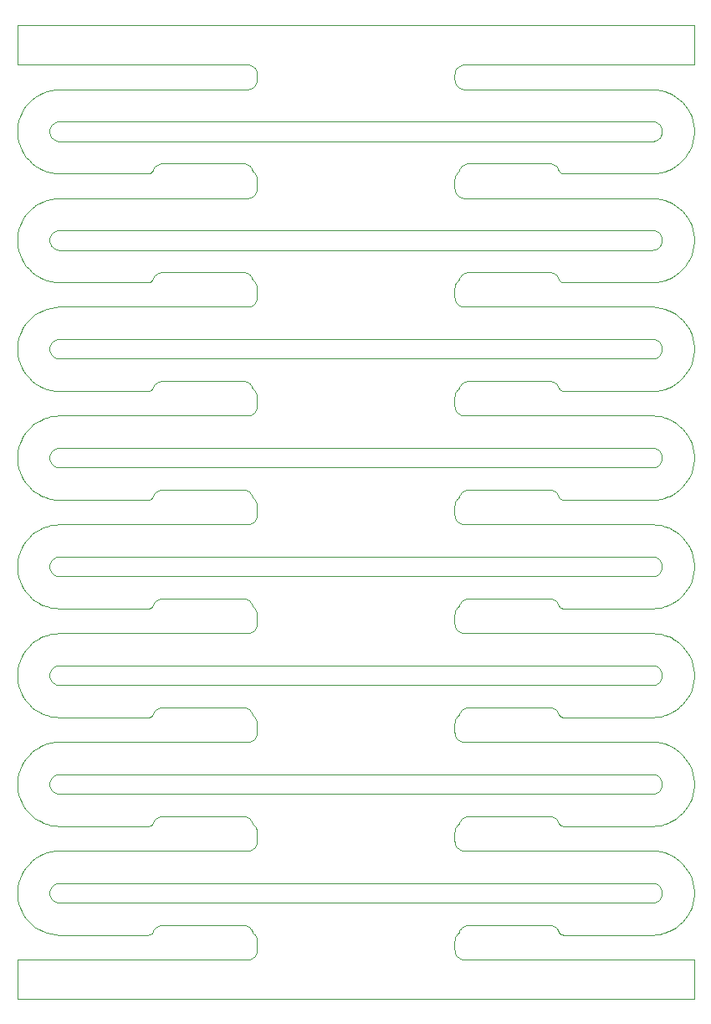
<source format=gbr>
G04 #@! TF.GenerationSoftware,KiCad,Pcbnew,5.1.5+dfsg1-2build2*
G04 #@! TF.CreationDate,2021-10-10T04:01:23+00:00*
G04 #@! TF.ProjectId,bobbin_bottom_3.3,626f6262-696e-45f6-926f-74746f6d5f33,rev?*
G04 #@! TF.SameCoordinates,Original*
G04 #@! TF.FileFunction,Legend,Top*
G04 #@! TF.FilePolarity,Positive*
%FSLAX46Y46*%
G04 Gerber Fmt 4.6, Leading zero omitted, Abs format (unit mm)*
G04 Created by KiCad (PCBNEW 5.1.5+dfsg1-2build2) date 2021-10-10 04:01:23*
%MOMM*%
%LPD*%
G04 APERTURE LIST*
G04 #@! TA.AperFunction,Profile*
%ADD10C,0.100000*%
G04 #@! TD*
G04 APERTURE END LIST*
D10*
X114499900Y-77215900D02*
X114401100Y-77236200D01*
X114596400Y-77185700D02*
X114499900Y-77215900D01*
X114689300Y-77145900D02*
X114596400Y-77185700D01*
X114777600Y-77096800D02*
X114689300Y-77145900D01*
X114860800Y-77038900D02*
X114777600Y-77096800D01*
X114937500Y-76973100D02*
X114860800Y-77038900D01*
X115007100Y-76899800D02*
X114937500Y-76973100D01*
X115069000Y-76819900D02*
X115007100Y-76899800D01*
X115122400Y-76734100D02*
X115069000Y-76819900D01*
X115166900Y-76643400D02*
X115122400Y-76734100D01*
X115202000Y-76548600D02*
X115166900Y-76643400D01*
X115227300Y-76450700D02*
X115202000Y-76548600D01*
X115242600Y-76350800D02*
X115227300Y-76450700D01*
X115247700Y-76249900D02*
X115242600Y-76350800D01*
X115242600Y-76149200D02*
X115247700Y-76249900D01*
X115227300Y-76049300D02*
X115242600Y-76149200D01*
X115202000Y-75951500D02*
X115227300Y-76049300D01*
X115166900Y-75856700D02*
X115202000Y-75951500D01*
X115122400Y-75766000D02*
X115166900Y-75856700D01*
X115069000Y-75680200D02*
X115122400Y-75766000D01*
X115007100Y-75600300D02*
X115069000Y-75680200D01*
X114937300Y-75526800D02*
X115007100Y-75600300D01*
X114860600Y-75461000D02*
X114937300Y-75526800D01*
X114777600Y-75403300D02*
X114860600Y-75461000D01*
X114689300Y-75354200D02*
X114777600Y-75403300D01*
X114596600Y-75314500D02*
X114689300Y-75354200D01*
X114500200Y-75284200D02*
X114596600Y-75314500D01*
X114401200Y-75263800D02*
X114500200Y-75284200D01*
X114300700Y-75253600D02*
X114401200Y-75263800D01*
X114224800Y-75251000D02*
X114300700Y-75253600D01*
X54275400Y-75251000D02*
X114224800Y-75251000D01*
X54199100Y-75253600D02*
X54275400Y-75251000D01*
X54098800Y-75263800D02*
X54199100Y-75253600D01*
X53999800Y-75284200D02*
X54098800Y-75263800D01*
X53903400Y-75314500D02*
X53999800Y-75284200D01*
X53810500Y-75354300D02*
X53903400Y-75314500D01*
X53722100Y-75403400D02*
X53810500Y-75354300D01*
X53639200Y-75461200D02*
X53722100Y-75403400D01*
X53562500Y-75527000D02*
X53639200Y-75461200D01*
X53492900Y-75600300D02*
X53562500Y-75527000D01*
X53431000Y-75680200D02*
X53492900Y-75600300D01*
X53377600Y-75766000D02*
X53431000Y-75680200D01*
X53333100Y-75856700D02*
X53377600Y-75766000D01*
X53298100Y-75951200D02*
X53333100Y-75856700D01*
X53272700Y-76049100D02*
X53298100Y-75951200D01*
X53257400Y-76149000D02*
X53272700Y-76049100D01*
X53252300Y-76249900D02*
X53257400Y-76149000D01*
X53257400Y-76350800D02*
X53252300Y-76249900D01*
X53272700Y-76450700D02*
X53257400Y-76350800D01*
X53298000Y-76548600D02*
X53272700Y-76450700D01*
X53333100Y-76643400D02*
X53298000Y-76548600D01*
X53377600Y-76734100D02*
X53333100Y-76643400D01*
X53431000Y-76819900D02*
X53377600Y-76734100D01*
X53492900Y-76899800D02*
X53431000Y-76819900D01*
X53562500Y-76973100D02*
X53492900Y-76899800D01*
X53639200Y-77038900D02*
X53562500Y-76973100D01*
X53722100Y-77096700D02*
X53639200Y-77038900D01*
X53810500Y-77145700D02*
X53722100Y-77096700D01*
X53903400Y-77185600D02*
X53810500Y-77145700D01*
X53999800Y-77215900D02*
X53903400Y-77185600D01*
X54098800Y-77236200D02*
X53999800Y-77215900D01*
X54199300Y-77246500D02*
X54098800Y-77236200D01*
X54275200Y-77249000D02*
X54199300Y-77246500D01*
X114224900Y-77249000D02*
X54275200Y-77249000D01*
X114300500Y-77246500D02*
X114224900Y-77249000D01*
X114401100Y-77236200D02*
X114300500Y-77246500D01*
X114499900Y-132216000D02*
X114401100Y-132236300D01*
X114596400Y-132185800D02*
X114499900Y-132216000D01*
X114689300Y-132145900D02*
X114596400Y-132185800D01*
X114777600Y-132096900D02*
X114689300Y-132145900D01*
X114860800Y-132039000D02*
X114777600Y-132096900D01*
X114937500Y-131973200D02*
X114860800Y-132039000D01*
X115007100Y-131899900D02*
X114937500Y-131973200D01*
X115069000Y-131820000D02*
X115007100Y-131899900D01*
X115122400Y-131734200D02*
X115069000Y-131820000D01*
X115166900Y-131643500D02*
X115122400Y-131734200D01*
X115202000Y-131548700D02*
X115166900Y-131643500D01*
X115227300Y-131450800D02*
X115202000Y-131548700D01*
X115242600Y-131350900D02*
X115227300Y-131450800D01*
X115247700Y-131250000D02*
X115242600Y-131350900D01*
X115242600Y-131149300D02*
X115247700Y-131250000D01*
X115227300Y-131049400D02*
X115242600Y-131149300D01*
X115202000Y-130951600D02*
X115227300Y-131049400D01*
X115166900Y-130856800D02*
X115202000Y-130951600D01*
X115122400Y-130766100D02*
X115166900Y-130856800D01*
X115069000Y-130680300D02*
X115122400Y-130766100D01*
X115007100Y-130600300D02*
X115069000Y-130680300D01*
X114937300Y-130526900D02*
X115007100Y-130600300D01*
X114860600Y-130461100D02*
X114937300Y-130526900D01*
X114777600Y-130403300D02*
X114860600Y-130461100D01*
X114689300Y-130354300D02*
X114777600Y-130403300D01*
X114596600Y-130314600D02*
X114689300Y-130354300D01*
X114500200Y-130284300D02*
X114596600Y-130314600D01*
X114401200Y-130263900D02*
X114500200Y-130284300D01*
X114300700Y-130253700D02*
X114401200Y-130263900D01*
X114224800Y-130251100D02*
X114300700Y-130253700D01*
X54275400Y-130251100D02*
X114224800Y-130251100D01*
X54199200Y-130253700D02*
X54275400Y-130251100D01*
X54098800Y-130263900D02*
X54199200Y-130253700D01*
X53999800Y-130284300D02*
X54098800Y-130263900D01*
X53903400Y-130314600D02*
X53999800Y-130284300D01*
X53810500Y-130354400D02*
X53903400Y-130314600D01*
X53722100Y-130403500D02*
X53810500Y-130354400D01*
X53639200Y-130461200D02*
X53722100Y-130403500D01*
X53562500Y-130527100D02*
X53639200Y-130461200D01*
X53492900Y-130600300D02*
X53562500Y-130527100D01*
X53431000Y-130680300D02*
X53492900Y-130600300D01*
X53377600Y-130766100D02*
X53431000Y-130680300D01*
X53333100Y-130856800D02*
X53377600Y-130766100D01*
X53298100Y-130951300D02*
X53333100Y-130856800D01*
X53272700Y-131049200D02*
X53298100Y-130951300D01*
X53257400Y-131149100D02*
X53272700Y-131049200D01*
X53252300Y-131250000D02*
X53257400Y-131149100D01*
X53257400Y-131350900D02*
X53252300Y-131250000D01*
X53272700Y-131450800D02*
X53257400Y-131350900D01*
X53298000Y-131548700D02*
X53272700Y-131450800D01*
X53333100Y-131643500D02*
X53298000Y-131548700D01*
X53377600Y-131734200D02*
X53333100Y-131643500D01*
X53431000Y-131820000D02*
X53377600Y-131734200D01*
X53492900Y-131899900D02*
X53431000Y-131820000D01*
X53562500Y-131973200D02*
X53492900Y-131899900D01*
X53639200Y-132039000D02*
X53562500Y-131973200D01*
X53722100Y-132096800D02*
X53639200Y-132039000D01*
X53810500Y-132145800D02*
X53722100Y-132096800D01*
X53903400Y-132185700D02*
X53810500Y-132145800D01*
X53999800Y-132216000D02*
X53903400Y-132185700D01*
X54098800Y-132236300D02*
X53999800Y-132216000D01*
X54199300Y-132246600D02*
X54098800Y-132236300D01*
X54275200Y-132249100D02*
X54199300Y-132246600D01*
X114224900Y-132249100D02*
X54275200Y-132249100D01*
X114300500Y-132246500D02*
X114224900Y-132249100D01*
X114401100Y-132236300D02*
X114300500Y-132246500D01*
X114499900Y-66215900D02*
X114401000Y-66236200D01*
X114596400Y-66185700D02*
X114499900Y-66215900D01*
X114689300Y-66145800D02*
X114596400Y-66185700D01*
X114777600Y-66096800D02*
X114689300Y-66145800D01*
X114860600Y-66039100D02*
X114777600Y-66096800D01*
X114937300Y-65973300D02*
X114860600Y-66039100D01*
X115007100Y-65899800D02*
X114937300Y-65973300D01*
X115069000Y-65819900D02*
X115007100Y-65899800D01*
X115122300Y-65734300D02*
X115069000Y-65819900D01*
X115166800Y-65643600D02*
X115122300Y-65734300D01*
X115201900Y-65548800D02*
X115166800Y-65643600D01*
X115227300Y-65451000D02*
X115201900Y-65548800D01*
X115242600Y-65351100D02*
X115227300Y-65451000D01*
X115247700Y-65250200D02*
X115242600Y-65351100D01*
X115242600Y-65149200D02*
X115247700Y-65250200D01*
X115227300Y-65049300D02*
X115242600Y-65149200D01*
X115202000Y-64951500D02*
X115227300Y-65049300D01*
X115166900Y-64856700D02*
X115202000Y-64951500D01*
X115122400Y-64765900D02*
X115166900Y-64856700D01*
X115069000Y-64680200D02*
X115122400Y-64765900D01*
X115007100Y-64600200D02*
X115069000Y-64680200D01*
X114937300Y-64526800D02*
X115007100Y-64600200D01*
X114860600Y-64461000D02*
X114937300Y-64526800D01*
X114777900Y-64403400D02*
X114860600Y-64461000D01*
X114689500Y-64354300D02*
X114777900Y-64403400D01*
X114596600Y-64314500D02*
X114689500Y-64354300D01*
X114500200Y-64284200D02*
X114596600Y-64314500D01*
X114401200Y-64263800D02*
X114500200Y-64284200D01*
X114300700Y-64253600D02*
X114401200Y-64263800D01*
X114224800Y-64251000D02*
X114300700Y-64253600D01*
X54275300Y-64251000D02*
X114224800Y-64251000D01*
X54199200Y-64253600D02*
X54275300Y-64251000D01*
X54098800Y-64263800D02*
X54199200Y-64253600D01*
X53999800Y-64284200D02*
X54098800Y-64263800D01*
X53903400Y-64314500D02*
X53999800Y-64284200D01*
X53810500Y-64354300D02*
X53903400Y-64314500D01*
X53722100Y-64403400D02*
X53810500Y-64354300D01*
X53639200Y-64461100D02*
X53722100Y-64403400D01*
X53562500Y-64527000D02*
X53639200Y-64461100D01*
X53492900Y-64600200D02*
X53562500Y-64527000D01*
X53431000Y-64680200D02*
X53492900Y-64600200D01*
X53377600Y-64765900D02*
X53431000Y-64680200D01*
X53333100Y-64856700D02*
X53377600Y-64765900D01*
X53298000Y-64951500D02*
X53333100Y-64856700D01*
X53272700Y-65049000D02*
X53298000Y-64951500D01*
X53257400Y-65148900D02*
X53272700Y-65049000D01*
X53252300Y-65249900D02*
X53257400Y-65148900D01*
X53257400Y-65350800D02*
X53252300Y-65249900D01*
X53272700Y-65450700D02*
X53257400Y-65350800D01*
X53298000Y-65548600D02*
X53272700Y-65450700D01*
X53333100Y-65643300D02*
X53298000Y-65548600D01*
X53377600Y-65734100D02*
X53333100Y-65643300D01*
X53431000Y-65819900D02*
X53377600Y-65734100D01*
X53492900Y-65899800D02*
X53431000Y-65819900D01*
X53562500Y-65973100D02*
X53492900Y-65899800D01*
X53639200Y-66038900D02*
X53562500Y-65973100D01*
X53722100Y-66096700D02*
X53639200Y-66038900D01*
X53810500Y-66145700D02*
X53722100Y-66096700D01*
X53903400Y-66185600D02*
X53810500Y-66145700D01*
X53999800Y-66215900D02*
X53903400Y-66185600D01*
X54098800Y-66236200D02*
X53999800Y-66215900D01*
X54199300Y-66246400D02*
X54098800Y-66236200D01*
X54275200Y-66249000D02*
X54199300Y-66246400D01*
X114224900Y-66249000D02*
X54275200Y-66249000D01*
X114300600Y-66246400D02*
X114224900Y-66249000D01*
X114401000Y-66236200D02*
X114300600Y-66246400D01*
X114499900Y-121216000D02*
X114401000Y-121236300D01*
X114596400Y-121185800D02*
X114499900Y-121216000D01*
X114689300Y-121145900D02*
X114596400Y-121185800D01*
X114777600Y-121096900D02*
X114689300Y-121145900D01*
X114860800Y-121039000D02*
X114777600Y-121096900D01*
X114937500Y-120973200D02*
X114860800Y-121039000D01*
X115007100Y-120899900D02*
X114937500Y-120973200D01*
X115069000Y-120820000D02*
X115007100Y-120899900D01*
X115122400Y-120734200D02*
X115069000Y-120820000D01*
X115166900Y-120643400D02*
X115122400Y-120734200D01*
X115202000Y-120548700D02*
X115166900Y-120643400D01*
X115227300Y-120450800D02*
X115202000Y-120548700D01*
X115242600Y-120350900D02*
X115227300Y-120450800D01*
X115247700Y-120250000D02*
X115242600Y-120350900D01*
X115242600Y-120149300D02*
X115247700Y-120250000D01*
X115227300Y-120049400D02*
X115242600Y-120149300D01*
X115202000Y-119951600D02*
X115227300Y-120049400D01*
X115166900Y-119856800D02*
X115202000Y-119951600D01*
X115122400Y-119766000D02*
X115166900Y-119856800D01*
X115069000Y-119680300D02*
X115122400Y-119766000D01*
X115007100Y-119600300D02*
X115069000Y-119680300D01*
X114937300Y-119526900D02*
X115007100Y-119600300D01*
X114860600Y-119461100D02*
X114937300Y-119526900D01*
X114777600Y-119403300D02*
X114860600Y-119461100D01*
X114689300Y-119354300D02*
X114777600Y-119403300D01*
X114596600Y-119314500D02*
X114689300Y-119354300D01*
X114500200Y-119284300D02*
X114596600Y-119314500D01*
X114401200Y-119263900D02*
X114500200Y-119284300D01*
X114300700Y-119253700D02*
X114401200Y-119263900D01*
X114224800Y-119251100D02*
X114300700Y-119253700D01*
X54275300Y-119251100D02*
X114224800Y-119251100D01*
X54199300Y-119253700D02*
X54275300Y-119251100D01*
X54098800Y-119263900D02*
X54199300Y-119253700D01*
X53999800Y-119284300D02*
X54098800Y-119263900D01*
X53903400Y-119314500D02*
X53999800Y-119284300D01*
X53810500Y-119354400D02*
X53903400Y-119314500D01*
X53722100Y-119403500D02*
X53810500Y-119354400D01*
X53639200Y-119461200D02*
X53722100Y-119403500D01*
X53562500Y-119527100D02*
X53639200Y-119461200D01*
X53492900Y-119600300D02*
X53562500Y-119527100D01*
X53431000Y-119680300D02*
X53492900Y-119600300D01*
X53377600Y-119766000D02*
X53431000Y-119680300D01*
X53333100Y-119856800D02*
X53377600Y-119766000D01*
X53298100Y-119951300D02*
X53333100Y-119856800D01*
X53272700Y-120049100D02*
X53298100Y-119951300D01*
X53257400Y-120149000D02*
X53272700Y-120049100D01*
X53252300Y-120250000D02*
X53257400Y-120149000D01*
X53257400Y-120350900D02*
X53252300Y-120250000D01*
X53272700Y-120450800D02*
X53257400Y-120350900D01*
X53298000Y-120548700D02*
X53272700Y-120450800D01*
X53333100Y-120643400D02*
X53298000Y-120548700D01*
X53377600Y-120734200D02*
X53333100Y-120643400D01*
X53431000Y-120820000D02*
X53377600Y-120734200D01*
X53492900Y-120899900D02*
X53431000Y-120820000D01*
X53562500Y-120973200D02*
X53492900Y-120899900D01*
X53639200Y-121039000D02*
X53562500Y-120973200D01*
X53722100Y-121096700D02*
X53639200Y-121039000D01*
X53810500Y-121145800D02*
X53722100Y-121096700D01*
X53903400Y-121185700D02*
X53810500Y-121145800D01*
X53999800Y-121215900D02*
X53903400Y-121185700D01*
X54098800Y-121236300D02*
X53999800Y-121215900D01*
X54199300Y-121246500D02*
X54098800Y-121236300D01*
X54275200Y-121249100D02*
X54199300Y-121246500D01*
X114224800Y-121249100D02*
X54275200Y-121249100D01*
X114300600Y-121246500D02*
X114224800Y-121249100D01*
X114401000Y-121236300D02*
X114300600Y-121246500D01*
X114499900Y-55215900D02*
X114401000Y-55236200D01*
X114596400Y-55185700D02*
X114499900Y-55215900D01*
X114689300Y-55145800D02*
X114596400Y-55185700D01*
X114777600Y-55096800D02*
X114689300Y-55145800D01*
X114860600Y-55039100D02*
X114777600Y-55096800D01*
X114937300Y-54973200D02*
X114860600Y-55039100D01*
X115007100Y-54899800D02*
X114937300Y-54973200D01*
X115069000Y-54819900D02*
X115007100Y-54899800D01*
X115122300Y-54734300D02*
X115069000Y-54819900D01*
X115166800Y-54643600D02*
X115122300Y-54734300D01*
X115201900Y-54548800D02*
X115166800Y-54643600D01*
X115227300Y-54451000D02*
X115201900Y-54548800D01*
X115242600Y-54351100D02*
X115227300Y-54451000D01*
X115247700Y-54250100D02*
X115242600Y-54351100D01*
X115242600Y-54149200D02*
X115247700Y-54250100D01*
X115227300Y-54049300D02*
X115242600Y-54149200D01*
X115202000Y-53951500D02*
X115227300Y-54049300D01*
X115166900Y-53856700D02*
X115202000Y-53951500D01*
X115122400Y-53765900D02*
X115166900Y-53856700D01*
X115069000Y-53680200D02*
X115122400Y-53765900D01*
X115007100Y-53600200D02*
X115069000Y-53680200D01*
X114937300Y-53526800D02*
X115007100Y-53600200D01*
X114860600Y-53460900D02*
X114937300Y-53526800D01*
X114777900Y-53403400D02*
X114860600Y-53460900D01*
X114689500Y-53354300D02*
X114777900Y-53403400D01*
X114596600Y-53314400D02*
X114689500Y-53354300D01*
X114500200Y-53284200D02*
X114596600Y-53314400D01*
X114401200Y-53263800D02*
X114500200Y-53284200D01*
X114300700Y-53253600D02*
X114401200Y-53263800D01*
X114224800Y-53251000D02*
X114300700Y-53253600D01*
X54275200Y-53251000D02*
X114224800Y-53251000D01*
X54199300Y-53253600D02*
X54275200Y-53251000D01*
X54098800Y-53263800D02*
X54199300Y-53253600D01*
X53999800Y-53284200D02*
X54098800Y-53263800D01*
X53903400Y-53314400D02*
X53999800Y-53284200D01*
X53810500Y-53354300D02*
X53903400Y-53314400D01*
X53722100Y-53403400D02*
X53810500Y-53354300D01*
X53639200Y-53461100D02*
X53722100Y-53403400D01*
X53562500Y-53527000D02*
X53639200Y-53461100D01*
X53492900Y-53600200D02*
X53562500Y-53527000D01*
X53431000Y-53680200D02*
X53492900Y-53600200D01*
X53377600Y-53765900D02*
X53431000Y-53680200D01*
X53333100Y-53856700D02*
X53377600Y-53765900D01*
X53298000Y-53951500D02*
X53333100Y-53856700D01*
X53272700Y-54049000D02*
X53298000Y-53951500D01*
X53257400Y-54148900D02*
X53272700Y-54049000D01*
X53252300Y-54249900D02*
X53257400Y-54148900D01*
X53257400Y-54350800D02*
X53252300Y-54249900D01*
X53272700Y-54450700D02*
X53257400Y-54350800D01*
X53298000Y-54548500D02*
X53272700Y-54450700D01*
X53333100Y-54643300D02*
X53298000Y-54548500D01*
X53377600Y-54734100D02*
X53333100Y-54643300D01*
X53431000Y-54819900D02*
X53377600Y-54734100D01*
X53492900Y-54899800D02*
X53431000Y-54819900D01*
X53562500Y-54973000D02*
X53492900Y-54899800D01*
X53639200Y-55038900D02*
X53562500Y-54973000D01*
X53722100Y-55096600D02*
X53639200Y-55038900D01*
X53810500Y-55145700D02*
X53722100Y-55096600D01*
X53903400Y-55185600D02*
X53810500Y-55145700D01*
X53999800Y-55215800D02*
X53903400Y-55185600D01*
X54098800Y-55236200D02*
X53999800Y-55215800D01*
X54199300Y-55246400D02*
X54098800Y-55236200D01*
X54275200Y-55249000D02*
X54199300Y-55246400D01*
X114224800Y-55249000D02*
X54275200Y-55249000D01*
X114300700Y-55246400D02*
X114224800Y-55249000D01*
X114401000Y-55236200D02*
X114300700Y-55246400D01*
X114500200Y-110215900D02*
X114400900Y-110236300D01*
X114596600Y-110185700D02*
X114500200Y-110215900D01*
X114689500Y-110145800D02*
X114596600Y-110185700D01*
X114777900Y-110096700D02*
X114689500Y-110145800D01*
X114860800Y-110039000D02*
X114777900Y-110096700D01*
X114937500Y-109973100D02*
X114860800Y-110039000D01*
X115007100Y-109899900D02*
X114937500Y-109973100D01*
X115069000Y-109819900D02*
X115007100Y-109899900D01*
X115122400Y-109734200D02*
X115069000Y-109819900D01*
X115166900Y-109643400D02*
X115122400Y-109734200D01*
X115202000Y-109548600D02*
X115166900Y-109643400D01*
X115227300Y-109450800D02*
X115202000Y-109548600D01*
X115242600Y-109350900D02*
X115227300Y-109450800D01*
X115247700Y-109250000D02*
X115242600Y-109350900D01*
X115242600Y-109149300D02*
X115247700Y-109250000D01*
X115227300Y-109049400D02*
X115242600Y-109149300D01*
X115202000Y-108951500D02*
X115227300Y-109049400D01*
X115166900Y-108856800D02*
X115202000Y-108951500D01*
X115122400Y-108766000D02*
X115166900Y-108856800D01*
X115069000Y-108680200D02*
X115122400Y-108766000D01*
X115007100Y-108600300D02*
X115069000Y-108680200D01*
X114937300Y-108526900D02*
X115007100Y-108600300D01*
X114860600Y-108461000D02*
X114937300Y-108526900D01*
X114777600Y-108403300D02*
X114860600Y-108461000D01*
X114689300Y-108354300D02*
X114777600Y-108403300D01*
X114596600Y-108314500D02*
X114689300Y-108354300D01*
X114500200Y-108284300D02*
X114596600Y-108314500D01*
X114401200Y-108263900D02*
X114500200Y-108284300D01*
X114300700Y-108253700D02*
X114401200Y-108263900D01*
X114224800Y-108251100D02*
X114300700Y-108253700D01*
X54275200Y-108251100D02*
X114224800Y-108251100D01*
X54199400Y-108253700D02*
X54275200Y-108251100D01*
X54098800Y-108263900D02*
X54199400Y-108253700D01*
X53999800Y-108284300D02*
X54098800Y-108263900D01*
X53903400Y-108314500D02*
X53999800Y-108284300D01*
X53810500Y-108354400D02*
X53903400Y-108314500D01*
X53722100Y-108403500D02*
X53810500Y-108354400D01*
X53639200Y-108461200D02*
X53722100Y-108403500D01*
X53562500Y-108527000D02*
X53639200Y-108461200D01*
X53492900Y-108600300D02*
X53562500Y-108527000D01*
X53431000Y-108680200D02*
X53492900Y-108600300D01*
X53377600Y-108766000D02*
X53431000Y-108680200D01*
X53333100Y-108856800D02*
X53377600Y-108766000D01*
X53298100Y-108951300D02*
X53333100Y-108856800D01*
X53272700Y-109049100D02*
X53298100Y-108951300D01*
X53257400Y-109149000D02*
X53272700Y-109049100D01*
X53252300Y-109250000D02*
X53257400Y-109149000D01*
X53257400Y-109350900D02*
X53252300Y-109250000D01*
X53272700Y-109450800D02*
X53257400Y-109350900D01*
X53298000Y-109548600D02*
X53272700Y-109450800D01*
X53333100Y-109643400D02*
X53298000Y-109548600D01*
X53377600Y-109734200D02*
X53333100Y-109643400D01*
X53431000Y-109819900D02*
X53377600Y-109734200D01*
X53492900Y-109899900D02*
X53431000Y-109819900D01*
X53562500Y-109973100D02*
X53492900Y-109899900D01*
X53639200Y-110039000D02*
X53562500Y-109973100D01*
X53722100Y-110096700D02*
X53639200Y-110039000D01*
X53810500Y-110145800D02*
X53722100Y-110096700D01*
X53903400Y-110185700D02*
X53810500Y-110145800D01*
X53999800Y-110215900D02*
X53903400Y-110185700D01*
X54098800Y-110236300D02*
X53999800Y-110215900D01*
X54199300Y-110246500D02*
X54098800Y-110236300D01*
X54275200Y-110249100D02*
X54199300Y-110246500D01*
X114224700Y-110249100D02*
X54275200Y-110249100D01*
X114300700Y-110246500D02*
X114224700Y-110249100D01*
X114400900Y-110236300D02*
X114300700Y-110246500D01*
X114500200Y-99215900D02*
X114400800Y-99236300D01*
X114596600Y-99185600D02*
X114500200Y-99215900D01*
X114689500Y-99145800D02*
X114596600Y-99185600D01*
X114777900Y-99096700D02*
X114689500Y-99145800D01*
X114860800Y-99039000D02*
X114777900Y-99096700D01*
X114937500Y-98973100D02*
X114860800Y-99039000D01*
X115007100Y-98899900D02*
X114937500Y-98973100D01*
X115069000Y-98819900D02*
X115007100Y-98899900D01*
X115122400Y-98734100D02*
X115069000Y-98819900D01*
X115166900Y-98643400D02*
X115122400Y-98734100D01*
X115202000Y-98548600D02*
X115166900Y-98643400D01*
X115227300Y-98450800D02*
X115202000Y-98548600D01*
X115242600Y-98350900D02*
X115227300Y-98450800D01*
X115247700Y-98249900D02*
X115242600Y-98350900D01*
X115242600Y-98149300D02*
X115247700Y-98249900D01*
X115227300Y-98049400D02*
X115242600Y-98149300D01*
X115202000Y-97951500D02*
X115227300Y-98049400D01*
X115166900Y-97856700D02*
X115202000Y-97951500D01*
X115122400Y-97766000D02*
X115166900Y-97856700D01*
X115069000Y-97680200D02*
X115122400Y-97766000D01*
X115007100Y-97600300D02*
X115069000Y-97680200D01*
X114937300Y-97526800D02*
X115007100Y-97600300D01*
X114860600Y-97461000D02*
X114937300Y-97526800D01*
X114777600Y-97403300D02*
X114860600Y-97461000D01*
X114689300Y-97354300D02*
X114777600Y-97403300D01*
X114596600Y-97314500D02*
X114689300Y-97354300D01*
X114500200Y-97284200D02*
X114596600Y-97314500D01*
X114401200Y-97263900D02*
X114500200Y-97284200D01*
X114300700Y-97253600D02*
X114401200Y-97263900D01*
X114224800Y-97251100D02*
X114300700Y-97253600D01*
X54275100Y-97251100D02*
X114224800Y-97251100D01*
X54199500Y-97253700D02*
X54275100Y-97251100D01*
X54098800Y-97263900D02*
X54199500Y-97253700D01*
X53999800Y-97284200D02*
X54098800Y-97263900D01*
X53903400Y-97314500D02*
X53999800Y-97284200D01*
X53810500Y-97354400D02*
X53903400Y-97314500D01*
X53722100Y-97403400D02*
X53810500Y-97354400D01*
X53639200Y-97461200D02*
X53722100Y-97403400D01*
X53562500Y-97527000D02*
X53639200Y-97461200D01*
X53492900Y-97600300D02*
X53562500Y-97527000D01*
X53431000Y-97680200D02*
X53492900Y-97600300D01*
X53377600Y-97766000D02*
X53431000Y-97680200D01*
X53333100Y-97856700D02*
X53377600Y-97766000D01*
X53298100Y-97951300D02*
X53333100Y-97856700D01*
X53272700Y-98049100D02*
X53298100Y-97951300D01*
X53257400Y-98149000D02*
X53272700Y-98049100D01*
X53252300Y-98249900D02*
X53257400Y-98149000D01*
X53257400Y-98350900D02*
X53252300Y-98249900D01*
X53272700Y-98450800D02*
X53257400Y-98350900D01*
X53298000Y-98548600D02*
X53272700Y-98450800D01*
X53333100Y-98643400D02*
X53298000Y-98548600D01*
X53377600Y-98734100D02*
X53333100Y-98643400D01*
X53431000Y-98819900D02*
X53377600Y-98734100D01*
X53492900Y-98899900D02*
X53431000Y-98819900D01*
X53562500Y-98973100D02*
X53492900Y-98899900D01*
X53639200Y-99039000D02*
X53562500Y-98973100D01*
X53722100Y-99096700D02*
X53639200Y-99039000D01*
X53810500Y-99145800D02*
X53722100Y-99096700D01*
X53903400Y-99185600D02*
X53810500Y-99145800D01*
X53999800Y-99215900D02*
X53903400Y-99185600D01*
X54098800Y-99236300D02*
X53999800Y-99215900D01*
X54199300Y-99246500D02*
X54098800Y-99236300D01*
X54275200Y-99249100D02*
X54199300Y-99246500D01*
X114224600Y-99249100D02*
X54275200Y-99249100D01*
X114300800Y-99246500D02*
X114224600Y-99249100D01*
X114400800Y-99236300D02*
X114300800Y-99246500D01*
X114500200Y-88215900D02*
X114400700Y-88236300D01*
X114596600Y-88185600D02*
X114500200Y-88215900D01*
X114689500Y-88145700D02*
X114596600Y-88185600D01*
X114777900Y-88096700D02*
X114689500Y-88145700D01*
X114860800Y-88038900D02*
X114777900Y-88096700D01*
X114937500Y-87973100D02*
X114860800Y-88038900D01*
X115007100Y-87899800D02*
X114937500Y-87973100D01*
X115069000Y-87819900D02*
X115007100Y-87899800D01*
X115122400Y-87734100D02*
X115069000Y-87819900D01*
X115166900Y-87643400D02*
X115122400Y-87734100D01*
X115202000Y-87548600D02*
X115166900Y-87643400D01*
X115227300Y-87450800D02*
X115202000Y-87548600D01*
X115242600Y-87350900D02*
X115227300Y-87450800D01*
X115247700Y-87249900D02*
X115242600Y-87350900D01*
X115242600Y-87149300D02*
X115247700Y-87249900D01*
X115227300Y-87049400D02*
X115242600Y-87149300D01*
X115202000Y-86951500D02*
X115227300Y-87049400D01*
X115166900Y-86856700D02*
X115202000Y-86951500D01*
X115122400Y-86766000D02*
X115166900Y-86856700D01*
X115069000Y-86680200D02*
X115122400Y-86766000D01*
X115007100Y-86600300D02*
X115069000Y-86680200D01*
X114937300Y-86526800D02*
X115007100Y-86600300D01*
X114860600Y-86461000D02*
X114937300Y-86526800D01*
X114777600Y-86403300D02*
X114860600Y-86461000D01*
X114689300Y-86354200D02*
X114777600Y-86403300D01*
X114596600Y-86314500D02*
X114689300Y-86354200D01*
X114500200Y-86284200D02*
X114596600Y-86314500D01*
X114401200Y-86263900D02*
X114500200Y-86284200D01*
X114300700Y-86253600D02*
X114401200Y-86263900D01*
X114224800Y-86251100D02*
X114300700Y-86253600D01*
X54275000Y-86251100D02*
X114224800Y-86251100D01*
X54199600Y-86253600D02*
X54275000Y-86251100D01*
X54098800Y-86263900D02*
X54199600Y-86253600D01*
X53999800Y-86284200D02*
X54098800Y-86263900D01*
X53903400Y-86314500D02*
X53999800Y-86284200D01*
X53810500Y-86354400D02*
X53903400Y-86314500D01*
X53722100Y-86403400D02*
X53810500Y-86354400D01*
X53639200Y-86461200D02*
X53722100Y-86403400D01*
X53562500Y-86527000D02*
X53639200Y-86461200D01*
X53492900Y-86600300D02*
X53562500Y-86527000D01*
X53431000Y-86680200D02*
X53492900Y-86600300D01*
X53377600Y-86766000D02*
X53431000Y-86680200D01*
X53333100Y-86856700D02*
X53377600Y-86766000D01*
X53298100Y-86951200D02*
X53333100Y-86856700D01*
X53272700Y-87049100D02*
X53298100Y-86951200D01*
X53257400Y-87149000D02*
X53272700Y-87049100D01*
X53252300Y-87249900D02*
X53257400Y-87149000D01*
X53257400Y-87350900D02*
X53252300Y-87249900D01*
X53272700Y-87450800D02*
X53257400Y-87350900D01*
X53298000Y-87548600D02*
X53272700Y-87450800D01*
X53333100Y-87643400D02*
X53298000Y-87548600D01*
X53377600Y-87734100D02*
X53333100Y-87643400D01*
X53431000Y-87819900D02*
X53377600Y-87734100D01*
X53492900Y-87899800D02*
X53431000Y-87819900D01*
X53562500Y-87973100D02*
X53492900Y-87899800D01*
X53639200Y-88038900D02*
X53562500Y-87973100D01*
X53722100Y-88096700D02*
X53639200Y-88038900D01*
X53810500Y-88145700D02*
X53722100Y-88096700D01*
X53903400Y-88185600D02*
X53810500Y-88145700D01*
X53999800Y-88215900D02*
X53903400Y-88185600D01*
X54098800Y-88236200D02*
X53999800Y-88215900D01*
X54199300Y-88246500D02*
X54098800Y-88236200D01*
X54275200Y-88249100D02*
X54199300Y-88246500D01*
X114224500Y-88249100D02*
X54275200Y-88249100D01*
X114300900Y-88246500D02*
X114224500Y-88249100D01*
X114400700Y-88236300D02*
X114300900Y-88246500D01*
X118471000Y-43499000D02*
X50014600Y-43499700D01*
X118487300Y-43500000D02*
X118471000Y-43499000D01*
X118492900Y-43503700D02*
X118487300Y-43500000D01*
X118494800Y-43508200D02*
X118492900Y-43503700D01*
X118495500Y-43523500D02*
X118494800Y-43508200D01*
X118495500Y-47475500D02*
X118495500Y-43523500D01*
X118494300Y-47492700D02*
X118495500Y-47475500D01*
X118491600Y-47496700D02*
X118494300Y-47492700D01*
X118487300Y-47499000D02*
X118491600Y-47496700D01*
X95241200Y-47500000D02*
X118487300Y-47499000D01*
X95144000Y-47504800D02*
X95241200Y-47500000D01*
X95047900Y-47519000D02*
X95144000Y-47504800D01*
X94953600Y-47542600D02*
X95047900Y-47519000D01*
X94862200Y-47575400D02*
X94953600Y-47542600D01*
X94774300Y-47616900D02*
X94862200Y-47575400D01*
X94691000Y-47666900D02*
X94774300Y-47616900D01*
X94613000Y-47724700D02*
X94691000Y-47666900D01*
X94541000Y-47790000D02*
X94613000Y-47724700D01*
X94475700Y-47862000D02*
X94541000Y-47790000D01*
X94417900Y-47940000D02*
X94475700Y-47862000D01*
X94367900Y-48023300D02*
X94417900Y-47940000D01*
X94326400Y-48111100D02*
X94367900Y-48023300D01*
X94293600Y-48202600D02*
X94326400Y-48111100D01*
X94270000Y-48296900D02*
X94293600Y-48202600D01*
X94255800Y-48393000D02*
X94270000Y-48296900D01*
X94251000Y-48490200D02*
X94255800Y-48393000D01*
X94251000Y-49008800D02*
X94251000Y-48490200D01*
X94255800Y-49106000D02*
X94251000Y-49008800D01*
X94270000Y-49202100D02*
X94255800Y-49106000D01*
X94293600Y-49296400D02*
X94270000Y-49202100D01*
X94326400Y-49387900D02*
X94293600Y-49296400D01*
X94367900Y-49475700D02*
X94326400Y-49387900D01*
X94417900Y-49559000D02*
X94367900Y-49475700D01*
X94475700Y-49637000D02*
X94417900Y-49559000D01*
X94541000Y-49709000D02*
X94475700Y-49637000D01*
X94613000Y-49774300D02*
X94541000Y-49709000D01*
X94691000Y-49832100D02*
X94613000Y-49774300D01*
X94774300Y-49882100D02*
X94691000Y-49832100D01*
X94862200Y-49923600D02*
X94774300Y-49882100D01*
X94953600Y-49956400D02*
X94862200Y-49923600D01*
X95047900Y-49980000D02*
X94953600Y-49956400D01*
X95144000Y-49994200D02*
X95047900Y-49980000D01*
X95241200Y-49999000D02*
X95144000Y-49994200D01*
X114243700Y-49999000D02*
X95241200Y-49999000D01*
X114679800Y-50021100D02*
X114243700Y-49999000D01*
X115105900Y-50086400D02*
X114679800Y-50021100D01*
X115522300Y-50194200D02*
X115105900Y-50086400D01*
X115914500Y-50339100D02*
X115522300Y-50194200D01*
X115937800Y-50349100D02*
X115914500Y-50339100D01*
X116301600Y-50527500D02*
X115937800Y-50349100D01*
X116323800Y-50539900D02*
X116301600Y-50527500D01*
X116678500Y-50761400D02*
X116323800Y-50539900D01*
X117018600Y-51024600D02*
X116678500Y-50761400D01*
X117330700Y-51321300D02*
X117018600Y-51024600D01*
X117603300Y-51638300D02*
X117330700Y-51321300D01*
X117618900Y-51658400D02*
X117603300Y-51638300D01*
X117850300Y-51990900D02*
X117618900Y-51658400D01*
X117863800Y-52012500D02*
X117850300Y-51990900D01*
X118066400Y-52378300D02*
X117863800Y-52012500D01*
X118236000Y-52773500D02*
X118066400Y-52378300D01*
X118364900Y-53184300D02*
X118236000Y-52773500D01*
X118449400Y-53593800D02*
X118364900Y-53184300D01*
X118453300Y-53618900D02*
X118449400Y-53593800D01*
X118494300Y-54022000D02*
X118453300Y-53618900D01*
X118495500Y-54047400D02*
X118494300Y-54022000D01*
X118495200Y-54465600D02*
X118495500Y-54047400D01*
X118451700Y-54893400D02*
X118495200Y-54465600D01*
X118365000Y-55315200D02*
X118451700Y-54893400D01*
X118240200Y-55714200D02*
X118365000Y-55315200D01*
X118231400Y-55738100D02*
X118240200Y-55714200D01*
X118071600Y-56110400D02*
X118231400Y-55738100D01*
X118060400Y-56133200D02*
X118071600Y-56110400D01*
X117857200Y-56498700D02*
X118060400Y-56133200D01*
X117611200Y-56852100D02*
X117857200Y-56498700D01*
X117331000Y-57178400D02*
X117611200Y-56852100D01*
X117018900Y-57475100D02*
X117331000Y-57178400D01*
X116678500Y-57738700D02*
X117018900Y-57475100D01*
X116323800Y-57960100D02*
X116678500Y-57738700D01*
X116301600Y-57972500D02*
X116323800Y-57960100D01*
X115937900Y-58150900D02*
X116301600Y-57972500D01*
X115914500Y-58160900D02*
X115937900Y-58150900D01*
X115522200Y-58305800D02*
X115914500Y-58160900D01*
X115105400Y-58413700D02*
X115522200Y-58305800D01*
X114679800Y-58478900D02*
X115105400Y-58413700D01*
X114243800Y-58501000D02*
X114679800Y-58478900D01*
X105243400Y-58500700D02*
X114243800Y-58501000D01*
X105197400Y-58497900D02*
X105243400Y-58500700D01*
X105146100Y-58489800D02*
X105197400Y-58497900D01*
X105095500Y-58476200D02*
X105146100Y-58489800D01*
X105058300Y-58462300D02*
X105095500Y-58476200D01*
X104999900Y-58433700D02*
X105058300Y-58462300D01*
X104966600Y-58412500D02*
X104999900Y-58433700D01*
X104945300Y-58397000D02*
X104966600Y-58412500D01*
X104905500Y-58363000D02*
X104945300Y-58397000D01*
X104878100Y-58335200D02*
X104905500Y-58363000D01*
X104853000Y-58304700D02*
X104878100Y-58335200D01*
X104816300Y-58250100D02*
X104853000Y-58304700D01*
X104792500Y-58203400D02*
X104816300Y-58250100D01*
X104740500Y-58073800D02*
X104792500Y-58203400D01*
X104697000Y-57990800D02*
X104740500Y-58073800D01*
X104645900Y-57912300D02*
X104697000Y-57990800D01*
X104587700Y-57839000D02*
X104645900Y-57912300D01*
X104522700Y-57771500D02*
X104587700Y-57839000D01*
X104451700Y-57710500D02*
X104522700Y-57771500D01*
X104375200Y-57656400D02*
X104451700Y-57710500D01*
X104293900Y-57609800D02*
X104375200Y-57656400D01*
X104208600Y-57571100D02*
X104293900Y-57609800D01*
X104120000Y-57540700D02*
X104208600Y-57571100D01*
X104029000Y-57518700D02*
X104120000Y-57540700D01*
X103936300Y-57505400D02*
X104029000Y-57518700D01*
X103842500Y-57501000D02*
X103936300Y-57505400D01*
X95657500Y-57501000D02*
X103842500Y-57501000D01*
X95563700Y-57505400D02*
X95657500Y-57501000D01*
X95471000Y-57518700D02*
X95563700Y-57505400D01*
X95380000Y-57540700D02*
X95471000Y-57518700D01*
X95291400Y-57571100D02*
X95380000Y-57540700D01*
X95206100Y-57609800D02*
X95291400Y-57571100D01*
X95124800Y-57656400D02*
X95206100Y-57609800D01*
X95048300Y-57710500D02*
X95124800Y-57656400D01*
X94977300Y-57771500D02*
X95048300Y-57710500D01*
X94912300Y-57839000D02*
X94977300Y-57771500D01*
X94854100Y-57912300D02*
X94912300Y-57839000D01*
X94803000Y-57990800D02*
X94854100Y-57912300D01*
X94759500Y-58073800D02*
X94803000Y-57990800D01*
X94701800Y-58215300D02*
X94759500Y-58073800D01*
X94683400Y-58250600D02*
X94701800Y-58215300D01*
X94655200Y-58294100D02*
X94683400Y-58250600D01*
X94621900Y-58335200D02*
X94655200Y-58294100D01*
X94565200Y-58390300D02*
X94621900Y-58335200D01*
X94494600Y-58463400D02*
X94565200Y-58390300D01*
X94432000Y-58543100D02*
X94494600Y-58463400D01*
X94378000Y-58628700D02*
X94432000Y-58543100D01*
X94332900Y-58719500D02*
X94378000Y-58628700D01*
X94297400Y-58814400D02*
X94332900Y-58719500D01*
X94271700Y-58912400D02*
X94297400Y-58814400D01*
X94256200Y-59012500D02*
X94271700Y-58912400D01*
X94251000Y-59114000D02*
X94256200Y-59012500D01*
X94251000Y-60008800D02*
X94251000Y-59114000D01*
X94255800Y-60106000D02*
X94251000Y-60008800D01*
X94270000Y-60202200D02*
X94255800Y-60106000D01*
X94293600Y-60296400D02*
X94270000Y-60202200D01*
X94326400Y-60387900D02*
X94293600Y-60296400D01*
X94367900Y-60475700D02*
X94326400Y-60387900D01*
X94417900Y-60559000D02*
X94367900Y-60475700D01*
X94475700Y-60637100D02*
X94417900Y-60559000D01*
X94541000Y-60709000D02*
X94475700Y-60637100D01*
X94613000Y-60774300D02*
X94541000Y-60709000D01*
X94691000Y-60832200D02*
X94613000Y-60774300D01*
X94774300Y-60882100D02*
X94691000Y-60832200D01*
X94862200Y-60923600D02*
X94774300Y-60882100D01*
X94953600Y-60956400D02*
X94862200Y-60923600D01*
X95047900Y-60980000D02*
X94953600Y-60956400D01*
X95144000Y-60994200D02*
X95047900Y-60980000D01*
X95241200Y-60999000D02*
X95144000Y-60994200D01*
X114243700Y-60999000D02*
X95241200Y-60999000D01*
X114680300Y-61021200D02*
X114243700Y-60999000D01*
X115093100Y-61084100D02*
X114680300Y-61021200D01*
X115118000Y-61089200D02*
X115093100Y-61084100D01*
X115522300Y-61194200D02*
X115118000Y-61089200D01*
X115914500Y-61339100D02*
X115522300Y-61194200D01*
X115937800Y-61349100D02*
X115914500Y-61339100D01*
X116301600Y-61527600D02*
X115937800Y-61349100D01*
X116323800Y-61539900D02*
X116301600Y-61527600D01*
X116678500Y-61761400D02*
X116323800Y-61539900D01*
X117018600Y-62024600D02*
X116678500Y-61761400D01*
X117330700Y-62321300D02*
X117018600Y-62024600D01*
X117603300Y-62638300D02*
X117330700Y-62321300D01*
X117618900Y-62658400D02*
X117603300Y-62638300D01*
X117850300Y-62990900D02*
X117618900Y-62658400D01*
X117863800Y-63012500D02*
X117850300Y-62990900D01*
X118066400Y-63378300D02*
X117863800Y-63012500D01*
X118236000Y-63773500D02*
X118066400Y-63378300D01*
X118364900Y-64184400D02*
X118236000Y-63773500D01*
X118449400Y-64593800D02*
X118364900Y-64184400D01*
X118453300Y-64619000D02*
X118449400Y-64593800D01*
X118494300Y-65022000D02*
X118453300Y-64619000D01*
X118495500Y-65047400D02*
X118494300Y-65022000D01*
X118495200Y-65465600D02*
X118495500Y-65047400D01*
X118451700Y-65893500D02*
X118495200Y-65465600D01*
X118365000Y-66315200D02*
X118451700Y-65893500D01*
X118240200Y-66714300D02*
X118365000Y-66315200D01*
X118231400Y-66738100D02*
X118240200Y-66714300D01*
X118071600Y-67110400D02*
X118231400Y-66738100D01*
X118060400Y-67133300D02*
X118071600Y-67110400D01*
X117857200Y-67498700D02*
X118060400Y-67133300D01*
X117611200Y-67852100D02*
X117857200Y-67498700D01*
X117331000Y-68178400D02*
X117611200Y-67852100D01*
X117018900Y-68475100D02*
X117331000Y-68178400D01*
X116678500Y-68738700D02*
X117018900Y-68475100D01*
X116323800Y-68960100D02*
X116678500Y-68738700D01*
X116301600Y-68972500D02*
X116323800Y-68960100D01*
X115937900Y-69150900D02*
X116301600Y-68972500D01*
X115914500Y-69160900D02*
X115937900Y-69150900D01*
X115522200Y-69305800D02*
X115914500Y-69160900D01*
X115105400Y-69413700D02*
X115522200Y-69305800D01*
X114679800Y-69478900D02*
X115105400Y-69413700D01*
X114243800Y-69501000D02*
X114679800Y-69478900D01*
X105243400Y-69500700D02*
X114243800Y-69501000D01*
X105197400Y-69497900D02*
X105243400Y-69500700D01*
X105146100Y-69489800D02*
X105197400Y-69497900D01*
X105095500Y-69476200D02*
X105146100Y-69489800D01*
X105058300Y-69462300D02*
X105095500Y-69476200D01*
X104999900Y-69433700D02*
X105058300Y-69462300D01*
X104966600Y-69412500D02*
X104999900Y-69433700D01*
X104945300Y-69397100D02*
X104966600Y-69412500D01*
X104905500Y-69363000D02*
X104945300Y-69397100D01*
X104878100Y-69335200D02*
X104905500Y-69363000D01*
X104853000Y-69304700D02*
X104878100Y-69335200D01*
X104816300Y-69250100D02*
X104853000Y-69304700D01*
X104792500Y-69203400D02*
X104816300Y-69250100D01*
X104740500Y-69073800D02*
X104792500Y-69203400D01*
X104697000Y-68990800D02*
X104740500Y-69073800D01*
X104645900Y-68912300D02*
X104697000Y-68990800D01*
X104587700Y-68839000D02*
X104645900Y-68912300D01*
X104522700Y-68771500D02*
X104587700Y-68839000D01*
X104451700Y-68710500D02*
X104522700Y-68771500D01*
X104375200Y-68656400D02*
X104451700Y-68710500D01*
X104293900Y-68609800D02*
X104375200Y-68656400D01*
X104208600Y-68571100D02*
X104293900Y-68609800D01*
X104120000Y-68540700D02*
X104208600Y-68571100D01*
X104029000Y-68518700D02*
X104120000Y-68540700D01*
X103936200Y-68505400D02*
X104029000Y-68518700D01*
X103842400Y-68501000D02*
X103936200Y-68505400D01*
X95657500Y-68501000D02*
X103842400Y-68501000D01*
X95563700Y-68505500D02*
X95657500Y-68501000D01*
X95471000Y-68518700D02*
X95563700Y-68505500D01*
X95380000Y-68540700D02*
X95471000Y-68518700D01*
X95291400Y-68571100D02*
X95380000Y-68540700D01*
X95206100Y-68609800D02*
X95291400Y-68571100D01*
X95124800Y-68656400D02*
X95206100Y-68609800D01*
X95048300Y-68710500D02*
X95124800Y-68656400D01*
X94977300Y-68771500D02*
X95048300Y-68710500D01*
X94912300Y-68839000D02*
X94977300Y-68771500D01*
X94854100Y-68912300D02*
X94912300Y-68839000D01*
X94803000Y-68990900D02*
X94854100Y-68912300D01*
X94759500Y-69073800D02*
X94803000Y-68990900D01*
X94701800Y-69215300D02*
X94759500Y-69073800D01*
X94683700Y-69250100D02*
X94701800Y-69215300D01*
X94662300Y-69283700D02*
X94683700Y-69250100D01*
X94621900Y-69335200D02*
X94662300Y-69283700D01*
X94565200Y-69390300D02*
X94621900Y-69335200D01*
X94494600Y-69463400D02*
X94565200Y-69390300D01*
X94432000Y-69543100D02*
X94494600Y-69463400D01*
X94378000Y-69628800D02*
X94432000Y-69543100D01*
X94332900Y-69719500D02*
X94378000Y-69628800D01*
X94297400Y-69814400D02*
X94332900Y-69719500D01*
X94271700Y-69912400D02*
X94297400Y-69814400D01*
X94256200Y-70012600D02*
X94271700Y-69912400D01*
X94251000Y-70114000D02*
X94256200Y-70012600D01*
X94251000Y-71008800D02*
X94251000Y-70114000D01*
X94255800Y-71106100D02*
X94251000Y-71008800D01*
X94270000Y-71202200D02*
X94255800Y-71106100D01*
X94293600Y-71296400D02*
X94270000Y-71202200D01*
X94326400Y-71387900D02*
X94293600Y-71296400D01*
X94367900Y-71475700D02*
X94326400Y-71387900D01*
X94417900Y-71559000D02*
X94367900Y-71475700D01*
X94475700Y-71637100D02*
X94417900Y-71559000D01*
X94541000Y-71709100D02*
X94475700Y-71637100D01*
X94613000Y-71774300D02*
X94541000Y-71709100D01*
X94691000Y-71832200D02*
X94613000Y-71774300D01*
X94774300Y-71882100D02*
X94691000Y-71832200D01*
X94862200Y-71923700D02*
X94774300Y-71882100D01*
X94953600Y-71956400D02*
X94862200Y-71923700D01*
X95047900Y-71980000D02*
X94953600Y-71956400D01*
X95144000Y-71994200D02*
X95047900Y-71980000D01*
X95241200Y-71999000D02*
X95144000Y-71994200D01*
X114243800Y-71999000D02*
X95241200Y-71999000D01*
X114667300Y-72020200D02*
X114243800Y-71999000D01*
X114692600Y-72022800D02*
X114667300Y-72020200D01*
X115105400Y-72086300D02*
X114692600Y-72022800D01*
X115510300Y-72190800D02*
X115105400Y-72086300D01*
X115534500Y-72198400D02*
X115510300Y-72190800D01*
X115914500Y-72339100D02*
X115534500Y-72198400D01*
X115937800Y-72349100D02*
X115914500Y-72339100D01*
X116313100Y-72533600D02*
X115937800Y-72349100D01*
X116678100Y-72761100D02*
X116313100Y-72533600D01*
X117008900Y-73016800D02*
X116678100Y-72761100D01*
X117028200Y-73033300D02*
X117008900Y-73016800D01*
X117331100Y-73321700D02*
X117028200Y-73033300D01*
X117611200Y-73648000D02*
X117331100Y-73321700D01*
X117857200Y-74001400D02*
X117611200Y-73648000D01*
X118060400Y-74366800D02*
X117857200Y-74001400D01*
X118071600Y-74389600D02*
X118060400Y-74366800D01*
X118236200Y-74774000D02*
X118071600Y-74389600D01*
X118364900Y-75184400D02*
X118236200Y-74774000D01*
X118449400Y-75593800D02*
X118364900Y-75184400D01*
X118453300Y-75619000D02*
X118449400Y-75593800D01*
X118494300Y-76022000D02*
X118453300Y-75619000D01*
X118495500Y-76047400D02*
X118494300Y-76022000D01*
X118495200Y-76465600D02*
X118495500Y-76047400D01*
X118451700Y-76893500D02*
X118495200Y-76465600D01*
X118365000Y-77315300D02*
X118451700Y-76893500D01*
X118240200Y-77714300D02*
X118365000Y-77315300D01*
X118231400Y-77738100D02*
X118240200Y-77714300D01*
X118071600Y-78110400D02*
X118231400Y-77738100D01*
X118060400Y-78133300D02*
X118071600Y-78110400D01*
X117857200Y-78498700D02*
X118060400Y-78133300D01*
X117611200Y-78852100D02*
X117857200Y-78498700D01*
X117331000Y-79178400D02*
X117611200Y-78852100D01*
X117018900Y-79475100D02*
X117331000Y-79178400D01*
X116678500Y-79738700D02*
X117018900Y-79475100D01*
X116323800Y-79960100D02*
X116678500Y-79738700D01*
X116301600Y-79972500D02*
X116323800Y-79960100D01*
X115937900Y-80150900D02*
X116301600Y-79972500D01*
X115914500Y-80160900D02*
X115937900Y-80150900D01*
X115522200Y-80305900D02*
X115914500Y-80160900D01*
X115118100Y-80410800D02*
X115522200Y-80305900D01*
X115093100Y-80415900D02*
X115118100Y-80410800D01*
X114679800Y-80478900D02*
X115093100Y-80415900D01*
X114243800Y-80501000D02*
X114679800Y-80478900D01*
X105256600Y-80501000D02*
X114243800Y-80501000D01*
X105197900Y-80498000D02*
X105256600Y-80501000D01*
X105146100Y-80489800D02*
X105197900Y-80498000D01*
X105107700Y-80479900D02*
X105146100Y-80489800D01*
X105058500Y-80462400D02*
X105107700Y-80479900D01*
X105034500Y-80451800D02*
X105058500Y-80462400D01*
X104999400Y-80433500D02*
X105034500Y-80451800D01*
X104955500Y-80404900D02*
X104999400Y-80433500D01*
X104914800Y-80371900D02*
X104955500Y-80404900D01*
X104878100Y-80335200D02*
X104914800Y-80371900D01*
X104844800Y-80294100D02*
X104878100Y-80335200D01*
X104816300Y-80250100D02*
X104844800Y-80294100D01*
X104792500Y-80203400D02*
X104816300Y-80250100D01*
X104740500Y-80073800D02*
X104792500Y-80203400D01*
X104697000Y-79990800D02*
X104740500Y-80073800D01*
X104645900Y-79912300D02*
X104697000Y-79990800D01*
X104587600Y-79839000D02*
X104645900Y-79912300D01*
X104522700Y-79771500D02*
X104587600Y-79839000D01*
X104451600Y-79710500D02*
X104522700Y-79771500D01*
X104375200Y-79656400D02*
X104451600Y-79710500D01*
X104293900Y-79609800D02*
X104375200Y-79656400D01*
X104208600Y-79571100D02*
X104293900Y-79609800D01*
X104120000Y-79540700D02*
X104208600Y-79571100D01*
X104029000Y-79518700D02*
X104120000Y-79540700D01*
X103936200Y-79505400D02*
X104029000Y-79518700D01*
X103842400Y-79501000D02*
X103936200Y-79505400D01*
X95657500Y-79501000D02*
X103842400Y-79501000D01*
X95563700Y-79505500D02*
X95657500Y-79501000D01*
X95471000Y-79518700D02*
X95563700Y-79505500D01*
X95380000Y-79540700D02*
X95471000Y-79518700D01*
X95291400Y-79571200D02*
X95380000Y-79540700D01*
X95206100Y-79609900D02*
X95291400Y-79571200D01*
X95124800Y-79656400D02*
X95206100Y-79609900D01*
X95048300Y-79710500D02*
X95124800Y-79656400D01*
X94977300Y-79771600D02*
X95048300Y-79710500D01*
X94912300Y-79839000D02*
X94977300Y-79771600D01*
X94854100Y-79912400D02*
X94912300Y-79839000D01*
X94803000Y-79990900D02*
X94854100Y-79912400D01*
X94759500Y-80073900D02*
X94803000Y-79990900D01*
X94701800Y-80215300D02*
X94759500Y-80073900D01*
X94683700Y-80250200D02*
X94701800Y-80215300D01*
X94662300Y-80283700D02*
X94683700Y-80250200D01*
X94621900Y-80335300D02*
X94662300Y-80283700D01*
X94565200Y-80390300D02*
X94621900Y-80335300D01*
X94494600Y-80463400D02*
X94565200Y-80390300D01*
X94432000Y-80543100D02*
X94494600Y-80463400D01*
X94378000Y-80628800D02*
X94432000Y-80543100D01*
X94332900Y-80719500D02*
X94378000Y-80628800D01*
X94297400Y-80814400D02*
X94332900Y-80719500D01*
X94271700Y-80912400D02*
X94297400Y-80814400D01*
X94256200Y-81012600D02*
X94271700Y-80912400D01*
X94251000Y-81114000D02*
X94256200Y-81012600D01*
X94251000Y-82008800D02*
X94251000Y-81114000D01*
X94255800Y-82106100D02*
X94251000Y-82008800D01*
X94270000Y-82202200D02*
X94255800Y-82106100D01*
X94293600Y-82296400D02*
X94270000Y-82202200D01*
X94326400Y-82387900D02*
X94293600Y-82296400D01*
X94367900Y-82475700D02*
X94326400Y-82387900D01*
X94417900Y-82559100D02*
X94367900Y-82475700D01*
X94475700Y-82637100D02*
X94417900Y-82559100D01*
X94541000Y-82709100D02*
X94475700Y-82637100D01*
X94613000Y-82774300D02*
X94541000Y-82709100D01*
X94691000Y-82832200D02*
X94613000Y-82774300D01*
X94774300Y-82882200D02*
X94691000Y-82832200D01*
X94862200Y-82923700D02*
X94774300Y-82882200D01*
X94953600Y-82956400D02*
X94862200Y-82923700D01*
X95047900Y-82980000D02*
X94953600Y-82956400D01*
X95144000Y-82994300D02*
X95047900Y-82980000D01*
X95241200Y-82999100D02*
X95144000Y-82994300D01*
X114243800Y-82999100D02*
X95241200Y-82999100D01*
X114667300Y-83020200D02*
X114243800Y-82999100D01*
X114692600Y-83022800D02*
X114667300Y-83020200D01*
X115105900Y-83086400D02*
X114692600Y-83022800D01*
X115522800Y-83194400D02*
X115105900Y-83086400D01*
X115926100Y-83343800D02*
X115522800Y-83194400D01*
X116301600Y-83527600D02*
X115926100Y-83343800D01*
X116323800Y-83539900D02*
X116301600Y-83527600D01*
X116678500Y-83761400D02*
X116323800Y-83539900D01*
X117018600Y-84024700D02*
X116678500Y-83761400D01*
X117321900Y-84312500D02*
X117018600Y-84024700D01*
X117339400Y-84330900D02*
X117321900Y-84312500D01*
X117603300Y-84638300D02*
X117339400Y-84330900D01*
X117618900Y-84658400D02*
X117603300Y-84638300D01*
X117857500Y-85001800D02*
X117618900Y-84658400D01*
X118066200Y-85377900D02*
X117857500Y-85001800D01*
X118236000Y-85773600D02*
X118066200Y-85377900D01*
X118361500Y-86172400D02*
X118236000Y-85773600D01*
X118367900Y-86197000D02*
X118361500Y-86172400D01*
X118449400Y-86593900D02*
X118367900Y-86197000D01*
X118453300Y-86619000D02*
X118449400Y-86593900D01*
X118495200Y-87034500D02*
X118453300Y-86619000D01*
X118495500Y-87452900D02*
X118495200Y-87034500D01*
X118494300Y-87478000D02*
X118495500Y-87452900D01*
X118453300Y-87881100D02*
X118494300Y-87478000D01*
X118449400Y-87906200D02*
X118453300Y-87881100D01*
X118364900Y-88315800D02*
X118449400Y-87906200D01*
X118236200Y-88726100D02*
X118364900Y-88315800D01*
X118066400Y-89121800D02*
X118236200Y-88726100D01*
X117863800Y-89487500D02*
X118066400Y-89121800D01*
X117850300Y-89509100D02*
X117863800Y-89487500D01*
X117611200Y-89852100D02*
X117850300Y-89509100D01*
X117331000Y-90178500D02*
X117611200Y-89852100D01*
X117028200Y-90466800D02*
X117331000Y-90178500D01*
X117008900Y-90483300D02*
X117028200Y-90466800D01*
X116678000Y-90739000D02*
X117008900Y-90483300D01*
X116313100Y-90966500D02*
X116678000Y-90739000D01*
X115937900Y-91150900D02*
X116313100Y-90966500D01*
X115914500Y-91161000D02*
X115937900Y-91150900D01*
X115534500Y-91301700D02*
X115914500Y-91161000D01*
X115510300Y-91309300D02*
X115534500Y-91301700D01*
X115105900Y-91413700D02*
X115510300Y-91309300D01*
X114692700Y-91477300D02*
X115105900Y-91413700D01*
X114667400Y-91479900D02*
X114692700Y-91477300D01*
X114249900Y-91501000D02*
X114667400Y-91479900D01*
X105243500Y-91500700D02*
X114249900Y-91501000D01*
X105197400Y-91497900D02*
X105243500Y-91500700D01*
X105146100Y-91489800D02*
X105197400Y-91497900D01*
X105095500Y-91476300D02*
X105146100Y-91489800D01*
X105058300Y-91462400D02*
X105095500Y-91476300D01*
X104999900Y-91433800D02*
X105058300Y-91462400D01*
X104966600Y-91412500D02*
X104999900Y-91433800D01*
X104945300Y-91397100D02*
X104966600Y-91412500D01*
X104905500Y-91363100D02*
X104945300Y-91397100D01*
X104878100Y-91335200D02*
X104905500Y-91363100D01*
X104853000Y-91304800D02*
X104878100Y-91335200D01*
X104816300Y-91250100D02*
X104853000Y-91304800D01*
X104792500Y-91203400D02*
X104816300Y-91250100D01*
X104740500Y-91073900D02*
X104792500Y-91203400D01*
X104697100Y-90990900D02*
X104740500Y-91073900D01*
X104646000Y-90912400D02*
X104697100Y-90990900D01*
X104587700Y-90839100D02*
X104646000Y-90912400D01*
X104522700Y-90771600D02*
X104587700Y-90839100D01*
X104451700Y-90710600D02*
X104522700Y-90771600D01*
X104375200Y-90656500D02*
X104451700Y-90710600D01*
X104293900Y-90609900D02*
X104375200Y-90656500D01*
X104208600Y-90571200D02*
X104293900Y-90609900D01*
X104120100Y-90540800D02*
X104208600Y-90571200D01*
X104029000Y-90518800D02*
X104120100Y-90540800D01*
X103936300Y-90505500D02*
X104029000Y-90518800D01*
X103842500Y-90501100D02*
X103936300Y-90505500D01*
X95657600Y-90501100D02*
X103842500Y-90501100D01*
X95563800Y-90505500D02*
X95657600Y-90501100D01*
X95471000Y-90518800D02*
X95563800Y-90505500D01*
X95380000Y-90540700D02*
X95471000Y-90518800D01*
X95291400Y-90571200D02*
X95380000Y-90540700D01*
X95206100Y-90609900D02*
X95291400Y-90571200D01*
X95124800Y-90656500D02*
X95206100Y-90609900D01*
X95048300Y-90710500D02*
X95124800Y-90656500D01*
X94977300Y-90771600D02*
X95048300Y-90710500D01*
X94912300Y-90839100D02*
X94977300Y-90771600D01*
X94854100Y-90912400D02*
X94912300Y-90839100D01*
X94803000Y-90990900D02*
X94854100Y-90912400D01*
X94759500Y-91073900D02*
X94803000Y-90990900D01*
X94701800Y-91215300D02*
X94759500Y-91073900D01*
X94683400Y-91250600D02*
X94701800Y-91215300D01*
X94655200Y-91294100D02*
X94683400Y-91250600D01*
X94621900Y-91335300D02*
X94655200Y-91294100D01*
X94565200Y-91390300D02*
X94621900Y-91335300D01*
X94494600Y-91463400D02*
X94565200Y-91390300D01*
X94432000Y-91543100D02*
X94494600Y-91463400D01*
X94378000Y-91628800D02*
X94432000Y-91543100D01*
X94332900Y-91719600D02*
X94378000Y-91628800D01*
X94297400Y-91814400D02*
X94332900Y-91719600D01*
X94271700Y-91912500D02*
X94297400Y-91814400D01*
X94256200Y-92012600D02*
X94271700Y-91912500D01*
X94251000Y-92114000D02*
X94256200Y-92012600D01*
X94251000Y-93008800D02*
X94251000Y-92114000D01*
X94255800Y-93106100D02*
X94251000Y-93008800D01*
X94270000Y-93202200D02*
X94255800Y-93106100D01*
X94293600Y-93296500D02*
X94270000Y-93202200D01*
X94326400Y-93387900D02*
X94293600Y-93296500D01*
X94367900Y-93475800D02*
X94326400Y-93387900D01*
X94417900Y-93559100D02*
X94367900Y-93475800D01*
X94475700Y-93637100D02*
X94417900Y-93559100D01*
X94541000Y-93709100D02*
X94475700Y-93637100D01*
X94613000Y-93774400D02*
X94541000Y-93709100D01*
X94691000Y-93832200D02*
X94613000Y-93774400D01*
X94774300Y-93882200D02*
X94691000Y-93832200D01*
X94862200Y-93923700D02*
X94774300Y-93882200D01*
X94953600Y-93956400D02*
X94862200Y-93923700D01*
X95047900Y-93980000D02*
X94953600Y-93956400D01*
X95144000Y-93994300D02*
X95047900Y-93980000D01*
X95241200Y-93999100D02*
X95144000Y-93994300D01*
X114243700Y-93999100D02*
X95241200Y-93999100D01*
X114679800Y-94021200D02*
X114243700Y-93999100D01*
X115105400Y-94086400D02*
X114679800Y-94021200D01*
X115522300Y-94194300D02*
X115105400Y-94086400D01*
X115914500Y-94339200D02*
X115522300Y-94194300D01*
X115937800Y-94349200D02*
X115914500Y-94339200D01*
X116301600Y-94527600D02*
X115937800Y-94349200D01*
X116323800Y-94540000D02*
X116301600Y-94527600D01*
X116678500Y-94761400D02*
X116323800Y-94540000D01*
X117019000Y-95025000D02*
X116678500Y-94761400D01*
X117330700Y-95321300D02*
X117019000Y-95025000D01*
X117611200Y-95648000D02*
X117330700Y-95321300D01*
X117857200Y-96001400D02*
X117611200Y-95648000D01*
X118060400Y-96366800D02*
X117857200Y-96001400D01*
X118071600Y-96389600D02*
X118060400Y-96366800D01*
X118231400Y-96762000D02*
X118071600Y-96389600D01*
X118240200Y-96785800D02*
X118231400Y-96762000D01*
X118365100Y-97184900D02*
X118240200Y-96785800D01*
X118451600Y-97606200D02*
X118365100Y-97184900D01*
X118495200Y-98034600D02*
X118451600Y-97606200D01*
X118495500Y-98452900D02*
X118495200Y-98034600D01*
X118494300Y-98478000D02*
X118495500Y-98452900D01*
X118453300Y-98881100D02*
X118494300Y-98478000D01*
X118449400Y-98906300D02*
X118453300Y-98881100D01*
X118364900Y-99315800D02*
X118449400Y-98906300D01*
X118236000Y-99726600D02*
X118364900Y-99315800D01*
X118066400Y-100121800D02*
X118236000Y-99726600D01*
X117863800Y-100487600D02*
X118066400Y-100121800D01*
X117850300Y-100509100D02*
X117863800Y-100487600D01*
X117618900Y-100841700D02*
X117850300Y-100509100D01*
X117603300Y-100861800D02*
X117618900Y-100841700D01*
X117331000Y-101178500D02*
X117603300Y-100861800D01*
X117028200Y-101466800D02*
X117331000Y-101178500D01*
X117008900Y-101483300D02*
X117028200Y-101466800D01*
X116688500Y-101731300D02*
X117008900Y-101483300D01*
X116667700Y-101745900D02*
X116688500Y-101731300D01*
X116312600Y-101966800D02*
X116667700Y-101745900D01*
X115926500Y-102156200D02*
X116312600Y-101966800D01*
X115522700Y-102305700D02*
X115926500Y-102156200D01*
X115118100Y-102410900D02*
X115522700Y-102305700D01*
X115093100Y-102416000D02*
X115118100Y-102410900D01*
X114680300Y-102478900D02*
X115093100Y-102416000D01*
X114243800Y-102501100D02*
X114680300Y-102478900D01*
X105243400Y-102500700D02*
X114243800Y-102501100D01*
X105197400Y-102498000D02*
X105243400Y-102500700D01*
X105146100Y-102489800D02*
X105197400Y-102498000D01*
X105095500Y-102476300D02*
X105146100Y-102489800D01*
X105058300Y-102462400D02*
X105095500Y-102476300D01*
X104999900Y-102433800D02*
X105058300Y-102462400D01*
X104966600Y-102412600D02*
X104999900Y-102433800D01*
X104945300Y-102397100D02*
X104966600Y-102412600D01*
X104905500Y-102363100D02*
X104945300Y-102397100D01*
X104878100Y-102335300D02*
X104905500Y-102363100D01*
X104853000Y-102304800D02*
X104878100Y-102335300D01*
X104816300Y-102250200D02*
X104853000Y-102304800D01*
X104792500Y-102203400D02*
X104816300Y-102250200D01*
X104740500Y-102073900D02*
X104792500Y-102203400D01*
X104697000Y-101990900D02*
X104740500Y-102073900D01*
X104646000Y-101912400D02*
X104697000Y-101990900D01*
X104587700Y-101839100D02*
X104646000Y-101912400D01*
X104522700Y-101771600D02*
X104587700Y-101839100D01*
X104451700Y-101710600D02*
X104522700Y-101771600D01*
X104375200Y-101656500D02*
X104451700Y-101710600D01*
X104293900Y-101609900D02*
X104375200Y-101656500D01*
X104208600Y-101571200D02*
X104293900Y-101609900D01*
X104120000Y-101540800D02*
X104208600Y-101571200D01*
X104029000Y-101518800D02*
X104120000Y-101540800D01*
X103936300Y-101505500D02*
X104029000Y-101518800D01*
X103842500Y-101501100D02*
X103936300Y-101505500D01*
X95657600Y-101501100D02*
X103842500Y-101501100D01*
X95563800Y-101505500D02*
X95657600Y-101501100D01*
X95471000Y-101518800D02*
X95563800Y-101505500D01*
X95380000Y-101540700D02*
X95471000Y-101518800D01*
X95291400Y-101571200D02*
X95380000Y-101540700D01*
X95206100Y-101609900D02*
X95291400Y-101571200D01*
X95124800Y-101656500D02*
X95206100Y-101609900D01*
X95048300Y-101710500D02*
X95124800Y-101656500D01*
X94977300Y-101771600D02*
X95048300Y-101710500D01*
X94912300Y-101839100D02*
X94977300Y-101771600D01*
X94854100Y-101912400D02*
X94912300Y-101839100D01*
X94803000Y-101990900D02*
X94854100Y-101912400D01*
X94759500Y-102073900D02*
X94803000Y-101990900D01*
X94701800Y-102215300D02*
X94759500Y-102073900D01*
X94683700Y-102250200D02*
X94701800Y-102215300D01*
X94662300Y-102283700D02*
X94683700Y-102250200D01*
X94621900Y-102335300D02*
X94662300Y-102283700D01*
X94565200Y-102390400D02*
X94621900Y-102335300D01*
X94494600Y-102463400D02*
X94565200Y-102390400D01*
X94432000Y-102543100D02*
X94494600Y-102463400D01*
X94378000Y-102628800D02*
X94432000Y-102543100D01*
X94332900Y-102719600D02*
X94378000Y-102628800D01*
X94297400Y-102814500D02*
X94332900Y-102719600D01*
X94271700Y-102912500D02*
X94297400Y-102814500D01*
X94256200Y-103012600D02*
X94271700Y-102912500D01*
X94251000Y-103114100D02*
X94256200Y-103012600D01*
X94251000Y-104008800D02*
X94251000Y-103114100D01*
X94255800Y-104106100D02*
X94251000Y-104008800D01*
X94270000Y-104202200D02*
X94255800Y-104106100D01*
X94293600Y-104296500D02*
X94270000Y-104202200D01*
X94326400Y-104387900D02*
X94293600Y-104296500D01*
X94367900Y-104475800D02*
X94326400Y-104387900D01*
X94417900Y-104559100D02*
X94367900Y-104475800D01*
X94475700Y-104637100D02*
X94417900Y-104559100D01*
X94541000Y-104709100D02*
X94475700Y-104637100D01*
X94613000Y-104774400D02*
X94541000Y-104709100D01*
X94691000Y-104832200D02*
X94613000Y-104774400D01*
X94774300Y-104882200D02*
X94691000Y-104832200D01*
X94862200Y-104923700D02*
X94774300Y-104882200D01*
X94953600Y-104956500D02*
X94862200Y-104923700D01*
X95047900Y-104980100D02*
X94953600Y-104956500D01*
X95144000Y-104994300D02*
X95047900Y-104980100D01*
X95241200Y-104999100D02*
X95144000Y-104994300D01*
X114243700Y-104999100D02*
X95241200Y-104999100D01*
X114679800Y-105021200D02*
X114243700Y-104999100D01*
X115105400Y-105086400D02*
X114679800Y-105021200D01*
X115522300Y-105194300D02*
X115105400Y-105086400D01*
X115914500Y-105339200D02*
X115522300Y-105194300D01*
X115937800Y-105349200D02*
X115914500Y-105339200D01*
X116301600Y-105527600D02*
X115937800Y-105349200D01*
X116323800Y-105540000D02*
X116301600Y-105527600D01*
X116678500Y-105761500D02*
X116323800Y-105540000D01*
X117019000Y-106025000D02*
X116678500Y-105761500D01*
X117330700Y-106321400D02*
X117019000Y-106025000D01*
X117611200Y-106648000D02*
X117330700Y-106321400D01*
X117857200Y-107001400D02*
X117611200Y-106648000D01*
X118060400Y-107366800D02*
X117857200Y-107001400D01*
X118071600Y-107389700D02*
X118060400Y-107366800D01*
X118231400Y-107762000D02*
X118071600Y-107389700D01*
X118240200Y-107785800D02*
X118231400Y-107762000D01*
X118365100Y-108184900D02*
X118240200Y-107785800D01*
X118451600Y-108606200D02*
X118365100Y-108184900D01*
X118495200Y-109034600D02*
X118451600Y-108606200D01*
X118495500Y-109452700D02*
X118495200Y-109034600D01*
X118494300Y-109478100D02*
X118495500Y-109452700D01*
X118453300Y-109881100D02*
X118494300Y-109478100D01*
X118449400Y-109906300D02*
X118453300Y-109881100D01*
X118364900Y-110315800D02*
X118449400Y-109906300D01*
X118236200Y-110726200D02*
X118364900Y-110315800D01*
X118066400Y-111121900D02*
X118236200Y-110726200D01*
X117863800Y-111487600D02*
X118066400Y-111121900D01*
X117850300Y-111509200D02*
X117863800Y-111487600D01*
X117618900Y-111841700D02*
X117850300Y-111509200D01*
X117603300Y-111861800D02*
X117618900Y-111841700D01*
X117331000Y-112178500D02*
X117603300Y-111861800D01*
X117028200Y-112466800D02*
X117331000Y-112178500D01*
X117008900Y-112483400D02*
X117028200Y-112466800D01*
X116688500Y-112731400D02*
X117008900Y-112483400D01*
X116667700Y-112745900D02*
X116688500Y-112731400D01*
X116312600Y-112966800D02*
X116667700Y-112745900D01*
X115926500Y-113156200D02*
X116312600Y-112966800D01*
X115522700Y-113305800D02*
X115926500Y-113156200D01*
X115118100Y-113410900D02*
X115522700Y-113305800D01*
X115093100Y-113416000D02*
X115118100Y-113410900D01*
X114680300Y-113478900D02*
X115093100Y-113416000D01*
X114243800Y-113501100D02*
X114680300Y-113478900D01*
X105243400Y-113500700D02*
X114243800Y-113501100D01*
X105197400Y-113498000D02*
X105243400Y-113500700D01*
X105146100Y-113489900D02*
X105197400Y-113498000D01*
X105095500Y-113476300D02*
X105146100Y-113489900D01*
X105058300Y-113462400D02*
X105095500Y-113476300D01*
X104999900Y-113433800D02*
X105058300Y-113462400D01*
X104966600Y-113412600D02*
X104999900Y-113433800D01*
X104945300Y-113397100D02*
X104966600Y-113412600D01*
X104905500Y-113363100D02*
X104945300Y-113397100D01*
X104878100Y-113335300D02*
X104905500Y-113363100D01*
X104853000Y-113304800D02*
X104878100Y-113335300D01*
X104816300Y-113250200D02*
X104853000Y-113304800D01*
X104792500Y-113203500D02*
X104816300Y-113250200D01*
X104740500Y-113073900D02*
X104792500Y-113203500D01*
X104697000Y-112990900D02*
X104740500Y-113073900D01*
X104645900Y-112912400D02*
X104697000Y-112990900D01*
X104587700Y-112839100D02*
X104645900Y-112912400D01*
X104522700Y-112771600D02*
X104587700Y-112839100D01*
X104451700Y-112710600D02*
X104522700Y-112771600D01*
X104375200Y-112656500D02*
X104451700Y-112710600D01*
X104293900Y-112609900D02*
X104375200Y-112656500D01*
X104208600Y-112571200D02*
X104293900Y-112609900D01*
X104120000Y-112540800D02*
X104208600Y-112571200D01*
X104029000Y-112518800D02*
X104120000Y-112540800D01*
X103936300Y-112505500D02*
X104029000Y-112518800D01*
X103842500Y-112501100D02*
X103936300Y-112505500D01*
X95657500Y-112501100D02*
X103842500Y-112501100D01*
X95563700Y-112505500D02*
X95657500Y-112501100D01*
X95471000Y-112518800D02*
X95563700Y-112505500D01*
X95380000Y-112540700D02*
X95471000Y-112518800D01*
X95291400Y-112571200D02*
X95380000Y-112540700D01*
X95206100Y-112609900D02*
X95291400Y-112571200D01*
X95124800Y-112656500D02*
X95206100Y-112609900D01*
X95048300Y-112710600D02*
X95124800Y-112656500D01*
X94977300Y-112771600D02*
X95048300Y-112710600D01*
X94912300Y-112839100D02*
X94977300Y-112771600D01*
X94854100Y-112912400D02*
X94912300Y-112839100D01*
X94803000Y-112990900D02*
X94854100Y-112912400D01*
X94759500Y-113073900D02*
X94803000Y-112990900D01*
X94701800Y-113215300D02*
X94759500Y-113073900D01*
X94683700Y-113250200D02*
X94701800Y-113215300D01*
X94662300Y-113283700D02*
X94683700Y-113250200D01*
X94621900Y-113335300D02*
X94662300Y-113283700D01*
X94565200Y-113390400D02*
X94621900Y-113335300D01*
X94494600Y-113463500D02*
X94565200Y-113390400D01*
X94432000Y-113543200D02*
X94494600Y-113463500D01*
X94378000Y-113628800D02*
X94432000Y-113543200D01*
X94332900Y-113719600D02*
X94378000Y-113628800D01*
X94297400Y-113814500D02*
X94332900Y-113719600D01*
X94271700Y-113912500D02*
X94297400Y-113814500D01*
X94256200Y-114012600D02*
X94271700Y-113912500D01*
X94251000Y-114114100D02*
X94256200Y-114012600D01*
X94251000Y-115008900D02*
X94251000Y-114114100D01*
X94255800Y-115106100D02*
X94251000Y-115008900D01*
X94270000Y-115202200D02*
X94255800Y-115106100D01*
X94293600Y-115296500D02*
X94270000Y-115202200D01*
X94326400Y-115388000D02*
X94293600Y-115296500D01*
X94367900Y-115475800D02*
X94326400Y-115388000D01*
X94417900Y-115559100D02*
X94367900Y-115475800D01*
X94475700Y-115637100D02*
X94417900Y-115559100D01*
X94541000Y-115709100D02*
X94475700Y-115637100D01*
X94613000Y-115774400D02*
X94541000Y-115709100D01*
X94691000Y-115832300D02*
X94613000Y-115774400D01*
X94774300Y-115882200D02*
X94691000Y-115832300D01*
X94862200Y-115923700D02*
X94774300Y-115882200D01*
X94953600Y-115956500D02*
X94862200Y-115923700D01*
X95047900Y-115980100D02*
X94953600Y-115956500D01*
X95144000Y-115994300D02*
X95047900Y-115980100D01*
X95241200Y-115999100D02*
X95144000Y-115994300D01*
X114243700Y-115999100D02*
X95241200Y-115999100D01*
X114679800Y-116021200D02*
X114243700Y-115999100D01*
X115105900Y-116086500D02*
X114679800Y-116021200D01*
X115522300Y-116194300D02*
X115105900Y-116086500D01*
X115926100Y-116343800D02*
X115522300Y-116194300D01*
X116312700Y-116533400D02*
X115926100Y-116343800D01*
X116667600Y-116754300D02*
X116312700Y-116533400D01*
X116688500Y-116768800D02*
X116667600Y-116754300D01*
X117008900Y-117016800D02*
X116688500Y-116768800D01*
X117028200Y-117033400D02*
X117008900Y-117016800D01*
X117331100Y-117321700D02*
X117028200Y-117033400D01*
X117611200Y-117648100D02*
X117331100Y-117321700D01*
X117857200Y-118001500D02*
X117611200Y-117648100D01*
X118060400Y-118366800D02*
X117857200Y-118001500D01*
X118071600Y-118389700D02*
X118060400Y-118366800D01*
X118231400Y-118762000D02*
X118071600Y-118389700D01*
X118240200Y-118785800D02*
X118231400Y-118762000D01*
X118365100Y-119184900D02*
X118240200Y-118785800D01*
X118451600Y-119606200D02*
X118365100Y-119184900D01*
X118495200Y-120034600D02*
X118451600Y-119606200D01*
X118495500Y-120452700D02*
X118495200Y-120034600D01*
X118494300Y-120478100D02*
X118495500Y-120452700D01*
X118453300Y-120881100D02*
X118494300Y-120478100D01*
X118449400Y-120906300D02*
X118453300Y-120881100D01*
X118364900Y-121315800D02*
X118449400Y-120906300D01*
X118236200Y-121726200D02*
X118364900Y-121315800D01*
X118066400Y-122121900D02*
X118236200Y-121726200D01*
X117863800Y-122487600D02*
X118066400Y-122121900D01*
X117850300Y-122509200D02*
X117863800Y-122487600D01*
X117618900Y-122841700D02*
X117850300Y-122509200D01*
X117603300Y-122861800D02*
X117618900Y-122841700D01*
X117330700Y-123178900D02*
X117603300Y-122861800D01*
X117018900Y-123475200D02*
X117330700Y-123178900D01*
X116678500Y-123738800D02*
X117018900Y-123475200D01*
X116323800Y-123960200D02*
X116678500Y-123738800D01*
X116301600Y-123972600D02*
X116323800Y-123960200D01*
X115937900Y-124151000D02*
X116301600Y-123972600D01*
X115914500Y-124161000D02*
X115937900Y-124151000D01*
X115522700Y-124305800D02*
X115914500Y-124161000D01*
X115117800Y-124411000D02*
X115522700Y-124305800D01*
X115093100Y-124416000D02*
X115117800Y-124411000D01*
X114680300Y-124479000D02*
X115093100Y-124416000D01*
X114243800Y-124501100D02*
X114680300Y-124479000D01*
X105243400Y-124500800D02*
X114243800Y-124501100D01*
X105197400Y-124498000D02*
X105243400Y-124500800D01*
X105146100Y-124489900D02*
X105197400Y-124498000D01*
X105095500Y-124476300D02*
X105146100Y-124489900D01*
X105058300Y-124462400D02*
X105095500Y-124476300D01*
X104999900Y-124433800D02*
X105058300Y-124462400D01*
X104966600Y-124412600D02*
X104999900Y-124433800D01*
X104945300Y-124397200D02*
X104966600Y-124412600D01*
X104905500Y-124363100D02*
X104945300Y-124397200D01*
X104878100Y-124335300D02*
X104905500Y-124363100D01*
X104853000Y-124304800D02*
X104878100Y-124335300D01*
X104816300Y-124250200D02*
X104853000Y-124304800D01*
X104792500Y-124203500D02*
X104816300Y-124250200D01*
X104740500Y-124073900D02*
X104792500Y-124203500D01*
X104697000Y-123990900D02*
X104740500Y-124073900D01*
X104645900Y-123912400D02*
X104697000Y-123990900D01*
X104587700Y-123839100D02*
X104645900Y-123912400D01*
X104522700Y-123771600D02*
X104587700Y-123839100D01*
X104451700Y-123710600D02*
X104522700Y-123771600D01*
X104375200Y-123656500D02*
X104451700Y-123710600D01*
X104293900Y-123609900D02*
X104375200Y-123656500D01*
X104208600Y-123571200D02*
X104293900Y-123609900D01*
X104120000Y-123540800D02*
X104208600Y-123571200D01*
X104029000Y-123518800D02*
X104120000Y-123540800D01*
X103936200Y-123505500D02*
X104029000Y-123518800D01*
X103842400Y-123501100D02*
X103936200Y-123505500D01*
X95657500Y-123501100D02*
X103842400Y-123501100D01*
X95563700Y-123505600D02*
X95657500Y-123501100D01*
X95471000Y-123518800D02*
X95563700Y-123505600D01*
X95380000Y-123540800D02*
X95471000Y-123518800D01*
X95291400Y-123571200D02*
X95380000Y-123540800D01*
X95206100Y-123609900D02*
X95291400Y-123571200D01*
X95124800Y-123656500D02*
X95206100Y-123609900D01*
X95048300Y-123710600D02*
X95124800Y-123656500D01*
X94977300Y-123771600D02*
X95048300Y-123710600D01*
X94912300Y-123839100D02*
X94977300Y-123771600D01*
X94854100Y-123912400D02*
X94912300Y-123839100D01*
X94803000Y-123990900D02*
X94854100Y-123912400D01*
X94759500Y-124073900D02*
X94803000Y-123990900D01*
X94701800Y-124215400D02*
X94759500Y-124073900D01*
X94683700Y-124250200D02*
X94701800Y-124215400D01*
X94662300Y-124283800D02*
X94683700Y-124250200D01*
X94621900Y-124335300D02*
X94662300Y-124283800D01*
X94565200Y-124390400D02*
X94621900Y-124335300D01*
X94494600Y-124463500D02*
X94565200Y-124390400D01*
X94432000Y-124543200D02*
X94494600Y-124463500D01*
X94378000Y-124628800D02*
X94432000Y-124543200D01*
X94332900Y-124719600D02*
X94378000Y-124628800D01*
X94297400Y-124814500D02*
X94332900Y-124719600D01*
X94271700Y-124912500D02*
X94297400Y-124814500D01*
X94256200Y-125012600D02*
X94271700Y-124912500D01*
X94251000Y-125114100D02*
X94256200Y-125012600D01*
X94251000Y-126008900D02*
X94251000Y-125114100D01*
X94255800Y-126106200D02*
X94251000Y-126008900D01*
X94270000Y-126202300D02*
X94255800Y-126106200D01*
X94293600Y-126296500D02*
X94270000Y-126202300D01*
X94326400Y-126388000D02*
X94293600Y-126296500D01*
X94367900Y-126475800D02*
X94326400Y-126388000D01*
X94417900Y-126559100D02*
X94367900Y-126475800D01*
X94475700Y-126637200D02*
X94417900Y-126559100D01*
X94541000Y-126709100D02*
X94475700Y-126637200D01*
X94613000Y-126774400D02*
X94541000Y-126709100D01*
X94691000Y-126832300D02*
X94613000Y-126774400D01*
X94774300Y-126882200D02*
X94691000Y-126832300D01*
X94862200Y-126923700D02*
X94774300Y-126882200D01*
X94953600Y-126956500D02*
X94862200Y-126923700D01*
X95047900Y-126980100D02*
X94953600Y-126956500D01*
X95144000Y-126994300D02*
X95047900Y-126980100D01*
X95241200Y-126999100D02*
X95144000Y-126994300D01*
X114243700Y-126999100D02*
X95241200Y-126999100D01*
X114679800Y-127021200D02*
X114243700Y-126999100D01*
X115105900Y-127086500D02*
X114679800Y-127021200D01*
X115522300Y-127194300D02*
X115105900Y-127086500D01*
X115926100Y-127343800D02*
X115522300Y-127194300D01*
X116312700Y-127533500D02*
X115926100Y-127343800D01*
X116667600Y-127754300D02*
X116312700Y-127533500D01*
X116688500Y-127768800D02*
X116667600Y-127754300D01*
X117008900Y-128016800D02*
X116688500Y-127768800D01*
X117028200Y-128033400D02*
X117008900Y-128016800D01*
X117331100Y-128321800D02*
X117028200Y-128033400D01*
X117611200Y-128648100D02*
X117331100Y-128321800D01*
X117857200Y-129001500D02*
X117611200Y-128648100D01*
X118060400Y-129366900D02*
X117857200Y-129001500D01*
X118071600Y-129389700D02*
X118060400Y-129366900D01*
X118231400Y-129762000D02*
X118071600Y-129389700D01*
X118240200Y-129785900D02*
X118231400Y-129762000D01*
X118365100Y-130185000D02*
X118240200Y-129785900D01*
X118451600Y-130606200D02*
X118365100Y-130185000D01*
X118495200Y-131034600D02*
X118451600Y-130606200D01*
X118495500Y-131452700D02*
X118495200Y-131034600D01*
X118494300Y-131478100D02*
X118495500Y-131452700D01*
X118453300Y-131881200D02*
X118494300Y-131478100D01*
X118449400Y-131906300D02*
X118453300Y-131881200D01*
X118364900Y-132315800D02*
X118449400Y-131906300D01*
X118236200Y-132726200D02*
X118364900Y-132315800D01*
X118066400Y-133121900D02*
X118236200Y-132726200D01*
X117863800Y-133487600D02*
X118066400Y-133121900D01*
X117850300Y-133509200D02*
X117863800Y-133487600D01*
X117618900Y-133841700D02*
X117850300Y-133509200D01*
X117603300Y-133861800D02*
X117618900Y-133841700D01*
X117330700Y-134178900D02*
X117603300Y-133861800D01*
X117018900Y-134475200D02*
X117330700Y-134178900D01*
X116678500Y-134738800D02*
X117018900Y-134475200D01*
X116323800Y-134960200D02*
X116678500Y-134738800D01*
X116301600Y-134972600D02*
X116323800Y-134960200D01*
X115937900Y-135151000D02*
X116301600Y-134972600D01*
X115914500Y-135161000D02*
X115937900Y-135151000D01*
X115522700Y-135305800D02*
X115914500Y-135161000D01*
X115117800Y-135411000D02*
X115522700Y-135305800D01*
X115093100Y-135416000D02*
X115117800Y-135411000D01*
X114680300Y-135479000D02*
X115093100Y-135416000D01*
X114243800Y-135501100D02*
X114680300Y-135479000D01*
X105243400Y-135500800D02*
X114243800Y-135501100D01*
X105197400Y-135498000D02*
X105243400Y-135500800D01*
X105146100Y-135489900D02*
X105197400Y-135498000D01*
X105095500Y-135476300D02*
X105146100Y-135489900D01*
X105058300Y-135462400D02*
X105095500Y-135476300D01*
X104999900Y-135433800D02*
X105058300Y-135462400D01*
X104966600Y-135412600D02*
X104999900Y-135433800D01*
X104945300Y-135397200D02*
X104966600Y-135412600D01*
X104905500Y-135363100D02*
X104945300Y-135397200D01*
X104878100Y-135335300D02*
X104905500Y-135363100D01*
X104853000Y-135304800D02*
X104878100Y-135335300D01*
X104816300Y-135250200D02*
X104853000Y-135304800D01*
X104792500Y-135203500D02*
X104816300Y-135250200D01*
X104740500Y-135073900D02*
X104792500Y-135203500D01*
X104697000Y-134990900D02*
X104740500Y-135073900D01*
X104645900Y-134912400D02*
X104697000Y-134990900D01*
X104587600Y-134839100D02*
X104645900Y-134912400D01*
X104522700Y-134771600D02*
X104587600Y-134839100D01*
X104451700Y-134710600D02*
X104522700Y-134771600D01*
X104375200Y-134656500D02*
X104451700Y-134710600D01*
X104293900Y-134609900D02*
X104375200Y-134656500D01*
X104208600Y-134571200D02*
X104293900Y-134609900D01*
X104120000Y-134540800D02*
X104208600Y-134571200D01*
X104029000Y-134518800D02*
X104120000Y-134540800D01*
X103936200Y-134505500D02*
X104029000Y-134518800D01*
X103842400Y-134501100D02*
X103936200Y-134505500D01*
X95657500Y-134501100D02*
X103842400Y-134501100D01*
X95563700Y-134505600D02*
X95657500Y-134501100D01*
X95471000Y-134518800D02*
X95563700Y-134505600D01*
X95380000Y-134540800D02*
X95471000Y-134518800D01*
X95291400Y-134571200D02*
X95380000Y-134540800D01*
X95206100Y-134609900D02*
X95291400Y-134571200D01*
X95124800Y-134656500D02*
X95206100Y-134609900D01*
X95048300Y-134710600D02*
X95124800Y-134656500D01*
X94977300Y-134771600D02*
X95048300Y-134710600D01*
X94912300Y-134839100D02*
X94977300Y-134771600D01*
X94854100Y-134912500D02*
X94912300Y-134839100D01*
X94803000Y-134991000D02*
X94854100Y-134912500D01*
X94759500Y-135073900D02*
X94803000Y-134991000D01*
X94701800Y-135215400D02*
X94759500Y-135073900D01*
X94683700Y-135250200D02*
X94701800Y-135215400D01*
X94662300Y-135283800D02*
X94683700Y-135250200D01*
X94621900Y-135335300D02*
X94662300Y-135283800D01*
X94565200Y-135390400D02*
X94621900Y-135335300D01*
X94494600Y-135463500D02*
X94565200Y-135390400D01*
X94432000Y-135543200D02*
X94494600Y-135463500D01*
X94378000Y-135628900D02*
X94432000Y-135543200D01*
X94332900Y-135719600D02*
X94378000Y-135628900D01*
X94297400Y-135814500D02*
X94332900Y-135719600D01*
X94271700Y-135912500D02*
X94297400Y-135814500D01*
X94256200Y-136012700D02*
X94271700Y-135912500D01*
X94251000Y-136114100D02*
X94256200Y-136012700D01*
X94251000Y-137009900D02*
X94251000Y-136114100D01*
X94255800Y-137107200D02*
X94251000Y-137009900D01*
X94270000Y-137203300D02*
X94255800Y-137107200D01*
X94293600Y-137297500D02*
X94270000Y-137203300D01*
X94326400Y-137389000D02*
X94293600Y-137297500D01*
X94367900Y-137476800D02*
X94326400Y-137389000D01*
X94417900Y-137560200D02*
X94367900Y-137476800D01*
X94475700Y-137638200D02*
X94417900Y-137560200D01*
X94541000Y-137710200D02*
X94475700Y-137638200D01*
X94613000Y-137775400D02*
X94541000Y-137710200D01*
X94691000Y-137833300D02*
X94613000Y-137775400D01*
X94774300Y-137883200D02*
X94691000Y-137833300D01*
X94862200Y-137924800D02*
X94774300Y-137883200D01*
X94953600Y-137957500D02*
X94862200Y-137924800D01*
X95047900Y-137981100D02*
X94953600Y-137957500D01*
X95144000Y-137995400D02*
X95047900Y-137981100D01*
X95241200Y-138000100D02*
X95144000Y-137995400D01*
X118486300Y-138000900D02*
X95241200Y-138000100D01*
X118490800Y-138002800D02*
X118486300Y-138000900D01*
X118494300Y-138007500D02*
X118490800Y-138002800D01*
X118495500Y-138024700D02*
X118494300Y-138007500D01*
X118495500Y-141976600D02*
X118495500Y-138024700D01*
X118494600Y-141992900D02*
X118495500Y-141976600D01*
X118490800Y-141998500D02*
X118494600Y-141992900D01*
X118486300Y-142000400D02*
X118490800Y-141998500D01*
X118471000Y-142001100D02*
X118486300Y-142000400D01*
X50029000Y-142001100D02*
X118471000Y-142001100D01*
X50012700Y-142000200D02*
X50029000Y-142001100D01*
X50007100Y-141996400D02*
X50012700Y-142000200D01*
X50005200Y-141991900D02*
X50007100Y-141996400D01*
X50004500Y-141976600D02*
X50005200Y-141991900D01*
X50004500Y-138024700D02*
X50004500Y-141976600D01*
X50005700Y-138007500D02*
X50004500Y-138024700D01*
X50008400Y-138003400D02*
X50005700Y-138007500D01*
X50012700Y-138001100D02*
X50008400Y-138003400D01*
X73258800Y-138000100D02*
X50012700Y-138001100D01*
X73356000Y-137995400D02*
X73258800Y-138000100D01*
X73452100Y-137981100D02*
X73356000Y-137995400D01*
X73546400Y-137957500D02*
X73452100Y-137981100D01*
X73637900Y-137924800D02*
X73546400Y-137957500D01*
X73725700Y-137883200D02*
X73637900Y-137924800D01*
X73809000Y-137833300D02*
X73725700Y-137883200D01*
X73887000Y-137775400D02*
X73809000Y-137833300D01*
X73959000Y-137710200D02*
X73887000Y-137775400D01*
X74024300Y-137638200D02*
X73959000Y-137710200D01*
X74082100Y-137560200D02*
X74024300Y-137638200D01*
X74132100Y-137476800D02*
X74082100Y-137560200D01*
X74173600Y-137389000D02*
X74132100Y-137476800D01*
X74206400Y-137297500D02*
X74173600Y-137389000D01*
X74230000Y-137203300D02*
X74206400Y-137297500D01*
X74244200Y-137107200D02*
X74230000Y-137203300D01*
X74249000Y-137009900D02*
X74244200Y-137107200D01*
X74249000Y-136114100D02*
X74249000Y-137009900D01*
X74244400Y-136019000D02*
X74249000Y-136114100D01*
X74230800Y-135925000D02*
X74244400Y-136019000D01*
X74208300Y-135832800D02*
X74230800Y-135925000D01*
X74177000Y-135743100D02*
X74208300Y-135832800D01*
X74137200Y-135656900D02*
X74177000Y-135743100D01*
X74089400Y-135574800D02*
X74137200Y-135656900D01*
X74033900Y-135497800D02*
X74089400Y-135574800D01*
X73971300Y-135426400D02*
X74033900Y-135497800D01*
X73878100Y-135335300D02*
X73971300Y-135426400D01*
X73844800Y-135294200D02*
X73878100Y-135335300D01*
X73816500Y-135250700D02*
X73844800Y-135294200D01*
X73798200Y-135215400D02*
X73816500Y-135250700D01*
X73740500Y-135073900D02*
X73798200Y-135215400D01*
X73697000Y-134990900D02*
X73740500Y-135073900D01*
X73645900Y-134912400D02*
X73697000Y-134990900D01*
X73587600Y-134839100D02*
X73645900Y-134912400D01*
X73522700Y-134771600D02*
X73587600Y-134839100D01*
X73451700Y-134710600D02*
X73522700Y-134771600D01*
X73375200Y-134656500D02*
X73451700Y-134710600D01*
X73293900Y-134609900D02*
X73375200Y-134656500D01*
X73208600Y-134571200D02*
X73293900Y-134609900D01*
X73120000Y-134540800D02*
X73208600Y-134571200D01*
X73029000Y-134518800D02*
X73120000Y-134540800D01*
X72936200Y-134505500D02*
X73029000Y-134518800D01*
X72842400Y-134501100D02*
X72936200Y-134505500D01*
X64657500Y-134501100D02*
X72842400Y-134501100D01*
X64563700Y-134505600D02*
X64657500Y-134501100D01*
X64471000Y-134518800D02*
X64563700Y-134505600D01*
X64380000Y-134540800D02*
X64471000Y-134518800D01*
X64291400Y-134571200D02*
X64380000Y-134540800D01*
X64206100Y-134609900D02*
X64291400Y-134571200D01*
X64124800Y-134656500D02*
X64206100Y-134609900D01*
X64048300Y-134710600D02*
X64124800Y-134656500D01*
X63977300Y-134771600D02*
X64048300Y-134710600D01*
X63912300Y-134839100D02*
X63977300Y-134771600D01*
X63854100Y-134912500D02*
X63912300Y-134839100D01*
X63803000Y-134991000D02*
X63854100Y-134912500D01*
X63759500Y-135073900D02*
X63803000Y-134991000D01*
X63707500Y-135203500D02*
X63759500Y-135073900D01*
X63683700Y-135250200D02*
X63707500Y-135203500D01*
X63647000Y-135304800D02*
X63683700Y-135250200D01*
X63622200Y-135335000D02*
X63647000Y-135304800D01*
X63594500Y-135363100D02*
X63622200Y-135335000D01*
X63575000Y-135380700D02*
X63594500Y-135363100D01*
X63533500Y-135412600D02*
X63575000Y-135380700D01*
X63500100Y-135433800D02*
X63533500Y-135412600D01*
X63441700Y-135462400D02*
X63500100Y-135433800D01*
X63404400Y-135476400D02*
X63441700Y-135462400D01*
X63353800Y-135489900D02*
X63404400Y-135476400D01*
X63302600Y-135498000D02*
X63353800Y-135489900D01*
X63256500Y-135500800D02*
X63302600Y-135498000D01*
X54256200Y-135501100D02*
X63256500Y-135500800D01*
X53820200Y-135479000D02*
X54256200Y-135501100D01*
X53394100Y-135413700D02*
X53820200Y-135479000D01*
X52977700Y-135305900D02*
X53394100Y-135413700D01*
X52585500Y-135161000D02*
X52977700Y-135305900D01*
X52562200Y-135151000D02*
X52585500Y-135161000D01*
X52198400Y-134972600D02*
X52562200Y-135151000D01*
X52176200Y-134960200D02*
X52198400Y-134972600D01*
X51821500Y-134738800D02*
X52176200Y-134960200D01*
X51481400Y-134475500D02*
X51821500Y-134738800D01*
X51169300Y-134178900D02*
X51481400Y-134475500D01*
X50896700Y-133861900D02*
X51169300Y-134178900D01*
X50881100Y-133841800D02*
X50896700Y-133861900D01*
X50649700Y-133509200D02*
X50881100Y-133841800D01*
X50636200Y-133487600D02*
X50649700Y-133509200D01*
X50433600Y-133121800D02*
X50636200Y-133487600D01*
X50264000Y-132726600D02*
X50433600Y-133121800D01*
X50135100Y-132315800D02*
X50264000Y-132726600D01*
X50050600Y-131906300D02*
X50135100Y-132315800D01*
X50046700Y-131881200D02*
X50050600Y-131906300D01*
X50005700Y-131478100D02*
X50046700Y-131881200D01*
X50004500Y-131452700D02*
X50005700Y-131478100D01*
X50004800Y-131034600D02*
X50004500Y-131452700D01*
X50048300Y-130606700D02*
X50004800Y-131034600D01*
X50135000Y-130184900D02*
X50048300Y-130606700D01*
X50259800Y-129785900D02*
X50135000Y-130184900D01*
X50268600Y-129762000D02*
X50259800Y-129785900D01*
X50428400Y-129389700D02*
X50268600Y-129762000D01*
X50439600Y-129366900D02*
X50428400Y-129389700D01*
X50642800Y-129001400D02*
X50439600Y-129366900D01*
X50888800Y-128648000D02*
X50642800Y-129001400D01*
X51169000Y-128321700D02*
X50888800Y-128648000D01*
X51481100Y-128025000D02*
X51169000Y-128321700D01*
X51821500Y-127761500D02*
X51481100Y-128025000D01*
X52176200Y-127540000D02*
X51821500Y-127761500D01*
X52198400Y-127527700D02*
X52176200Y-127540000D01*
X52562200Y-127349200D02*
X52198400Y-127527700D01*
X52585500Y-127339200D02*
X52562200Y-127349200D01*
X52977800Y-127194300D02*
X52585500Y-127339200D01*
X53394100Y-127086500D02*
X52977800Y-127194300D01*
X53820200Y-127021200D02*
X53394100Y-127086500D01*
X54256300Y-126999100D02*
X53820200Y-127021200D01*
X73258800Y-126999100D02*
X54256300Y-126999100D01*
X73356000Y-126994300D02*
X73258800Y-126999100D01*
X73452100Y-126980100D02*
X73356000Y-126994300D01*
X73546400Y-126956500D02*
X73452100Y-126980100D01*
X73637900Y-126923700D02*
X73546400Y-126956500D01*
X73725700Y-126882200D02*
X73637900Y-126923700D01*
X73809000Y-126832300D02*
X73725700Y-126882200D01*
X73887000Y-126774400D02*
X73809000Y-126832300D01*
X73959000Y-126709100D02*
X73887000Y-126774400D01*
X74024300Y-126637200D02*
X73959000Y-126709100D01*
X74082100Y-126559100D02*
X74024300Y-126637200D01*
X74132100Y-126475800D02*
X74082100Y-126559100D01*
X74173600Y-126388000D02*
X74132100Y-126475800D01*
X74206400Y-126296500D02*
X74173600Y-126388000D01*
X74230000Y-126202200D02*
X74206400Y-126296500D01*
X74244200Y-126106100D02*
X74230000Y-126202200D01*
X74249000Y-126008900D02*
X74244200Y-126106100D01*
X74249000Y-125114100D02*
X74249000Y-126008900D01*
X74244400Y-125019000D02*
X74249000Y-125114100D01*
X74230800Y-124925000D02*
X74244400Y-125019000D01*
X74208300Y-124832800D02*
X74230800Y-124925000D01*
X74177000Y-124743100D02*
X74208300Y-124832800D01*
X74137200Y-124656900D02*
X74177000Y-124743100D01*
X74089400Y-124574800D02*
X74137200Y-124656900D01*
X74033900Y-124497700D02*
X74089400Y-124574800D01*
X73971300Y-124426300D02*
X74033900Y-124497700D01*
X73878100Y-124335300D02*
X73971300Y-124426300D01*
X73837700Y-124283800D02*
X73878100Y-124335300D01*
X73816500Y-124250600D02*
X73837700Y-124283800D01*
X73798200Y-124215400D02*
X73816500Y-124250600D01*
X73740500Y-124073900D02*
X73798200Y-124215400D01*
X73697000Y-123990900D02*
X73740500Y-124073900D01*
X73645900Y-123912400D02*
X73697000Y-123990900D01*
X73587700Y-123839100D02*
X73645900Y-123912400D01*
X73522700Y-123771600D02*
X73587700Y-123839100D01*
X73451700Y-123710600D02*
X73522700Y-123771600D01*
X73375200Y-123656500D02*
X73451700Y-123710600D01*
X73293900Y-123609900D02*
X73375200Y-123656500D01*
X73208600Y-123571200D02*
X73293900Y-123609900D01*
X73120000Y-123540800D02*
X73208600Y-123571200D01*
X73029000Y-123518800D02*
X73120000Y-123540800D01*
X72936200Y-123505500D02*
X73029000Y-123518800D01*
X72842400Y-123501100D02*
X72936200Y-123505500D01*
X64657500Y-123501100D02*
X72842400Y-123501100D01*
X64563700Y-123505600D02*
X64657500Y-123501100D01*
X64471000Y-123518800D02*
X64563700Y-123505600D01*
X64380000Y-123540800D02*
X64471000Y-123518800D01*
X64291400Y-123571200D02*
X64380000Y-123540800D01*
X64206100Y-123609900D02*
X64291400Y-123571200D01*
X64124800Y-123656500D02*
X64206100Y-123609900D01*
X64048300Y-123710600D02*
X64124800Y-123656500D01*
X63977300Y-123771600D02*
X64048300Y-123710600D01*
X63912300Y-123839100D02*
X63977300Y-123771600D01*
X63854100Y-123912400D02*
X63912300Y-123839100D01*
X63803000Y-123990900D02*
X63854100Y-123912400D01*
X63759500Y-124073900D02*
X63803000Y-123990900D01*
X63707500Y-124203500D02*
X63759500Y-124073900D01*
X63683700Y-124250200D02*
X63707500Y-124203500D01*
X63647000Y-124304800D02*
X63683700Y-124250200D01*
X63622200Y-124334900D02*
X63647000Y-124304800D01*
X63594500Y-124363100D02*
X63622200Y-124334900D01*
X63575000Y-124380700D02*
X63594500Y-124363100D01*
X63533500Y-124412600D02*
X63575000Y-124380700D01*
X63500100Y-124433800D02*
X63533500Y-124412600D01*
X63441700Y-124462400D02*
X63500100Y-124433800D01*
X63404400Y-124476300D02*
X63441700Y-124462400D01*
X63353800Y-124489900D02*
X63404400Y-124476300D01*
X63302600Y-124498000D02*
X63353800Y-124489900D01*
X63256600Y-124500800D02*
X63302600Y-124498000D01*
X54256200Y-124501100D02*
X63256600Y-124500800D01*
X53819700Y-124478900D02*
X54256200Y-124501100D01*
X53406900Y-124416000D02*
X53819700Y-124478900D01*
X53382200Y-124411000D02*
X53406900Y-124416000D01*
X52977700Y-124305900D02*
X53382200Y-124411000D01*
X52585500Y-124161000D02*
X52977700Y-124305900D01*
X52562200Y-124151000D02*
X52585500Y-124161000D01*
X52198400Y-123972600D02*
X52562200Y-124151000D01*
X52176200Y-123960200D02*
X52198400Y-123972600D01*
X51821500Y-123738700D02*
X52176200Y-123960200D01*
X51481400Y-123475500D02*
X51821500Y-123738700D01*
X51169300Y-123178800D02*
X51481400Y-123475500D01*
X50896700Y-122861800D02*
X51169300Y-123178800D01*
X50881100Y-122841700D02*
X50896700Y-122861800D01*
X50649700Y-122509200D02*
X50881100Y-122841700D01*
X50636200Y-122487600D02*
X50649700Y-122509200D01*
X50433600Y-122121800D02*
X50636200Y-122487600D01*
X50264000Y-121726600D02*
X50433600Y-122121800D01*
X50135100Y-121315800D02*
X50264000Y-121726600D01*
X50050600Y-120906300D02*
X50135100Y-121315800D01*
X50046700Y-120881200D02*
X50050600Y-120906300D01*
X50005700Y-120478100D02*
X50046700Y-120881200D01*
X50004500Y-120452700D02*
X50005700Y-120478100D01*
X50004800Y-120034500D02*
X50004500Y-120452700D01*
X50048300Y-119606700D02*
X50004800Y-120034500D01*
X50135000Y-119184900D02*
X50048300Y-119606700D01*
X50259800Y-118785900D02*
X50135000Y-119184900D01*
X50268600Y-118762000D02*
X50259800Y-118785900D01*
X50428400Y-118389700D02*
X50268600Y-118762000D01*
X50439600Y-118366900D02*
X50428400Y-118389700D01*
X50642800Y-118001400D02*
X50439600Y-118366900D01*
X50888800Y-117648000D02*
X50642800Y-118001400D01*
X51169000Y-117321700D02*
X50888800Y-117648000D01*
X51481100Y-117025000D02*
X51169000Y-117321700D01*
X51821500Y-116761400D02*
X51481100Y-117025000D01*
X52176200Y-116540000D02*
X51821500Y-116761400D01*
X52198400Y-116527700D02*
X52176200Y-116540000D01*
X52562200Y-116349200D02*
X52198400Y-116527700D01*
X52585500Y-116339200D02*
X52562200Y-116349200D01*
X52977800Y-116194300D02*
X52585500Y-116339200D01*
X53394100Y-116086500D02*
X52977800Y-116194300D01*
X53820200Y-116021200D02*
X53394100Y-116086500D01*
X54256300Y-115999100D02*
X53820200Y-116021200D01*
X73258800Y-115999100D02*
X54256300Y-115999100D01*
X73356000Y-115994300D02*
X73258800Y-115999100D01*
X73452100Y-115980100D02*
X73356000Y-115994300D01*
X73546400Y-115956500D02*
X73452100Y-115980100D01*
X73637900Y-115923700D02*
X73546400Y-115956500D01*
X73725700Y-115882200D02*
X73637900Y-115923700D01*
X73809000Y-115832200D02*
X73725700Y-115882200D01*
X73887000Y-115774400D02*
X73809000Y-115832200D01*
X73959000Y-115709100D02*
X73887000Y-115774400D01*
X74024300Y-115637100D02*
X73959000Y-115709100D01*
X74082100Y-115559100D02*
X74024300Y-115637100D01*
X74132100Y-115475800D02*
X74082100Y-115559100D01*
X74173600Y-115388000D02*
X74132100Y-115475800D01*
X74206400Y-115296500D02*
X74173600Y-115388000D01*
X74230000Y-115202200D02*
X74206400Y-115296500D01*
X74244200Y-115106100D02*
X74230000Y-115202200D01*
X74249000Y-115008900D02*
X74244200Y-115106100D01*
X74249000Y-114114100D02*
X74249000Y-115008900D01*
X74244400Y-114019000D02*
X74249000Y-114114100D01*
X74230800Y-113925000D02*
X74244400Y-114019000D01*
X74208300Y-113832700D02*
X74230800Y-113925000D01*
X74177000Y-113743100D02*
X74208300Y-113832700D01*
X74137200Y-113656800D02*
X74177000Y-113743100D01*
X74089400Y-113574800D02*
X74137200Y-113656800D01*
X74033900Y-113497700D02*
X74089400Y-113574800D01*
X73971300Y-113426300D02*
X74033900Y-113497700D01*
X73878100Y-113335300D02*
X73971300Y-113426300D01*
X73837700Y-113283800D02*
X73878100Y-113335300D01*
X73816500Y-113250600D02*
X73837700Y-113283800D01*
X73798200Y-113215400D02*
X73816500Y-113250600D01*
X73740500Y-113073900D02*
X73798200Y-113215400D01*
X73697000Y-112990900D02*
X73740500Y-113073900D01*
X73645900Y-112912400D02*
X73697000Y-112990900D01*
X73587700Y-112839100D02*
X73645900Y-112912400D01*
X73522700Y-112771600D02*
X73587700Y-112839100D01*
X73451700Y-112710600D02*
X73522700Y-112771600D01*
X73375200Y-112656500D02*
X73451700Y-112710600D01*
X73293900Y-112609900D02*
X73375200Y-112656500D01*
X73208600Y-112571200D02*
X73293900Y-112609900D01*
X73120000Y-112540800D02*
X73208600Y-112571200D01*
X73029000Y-112518800D02*
X73120000Y-112540800D01*
X72936300Y-112505500D02*
X73029000Y-112518800D01*
X72842500Y-112501100D02*
X72936300Y-112505500D01*
X64657500Y-112501100D02*
X72842500Y-112501100D01*
X64563700Y-112505500D02*
X64657500Y-112501100D01*
X64471000Y-112518800D02*
X64563700Y-112505500D01*
X64380000Y-112540700D02*
X64471000Y-112518800D01*
X64291400Y-112571200D02*
X64380000Y-112540700D01*
X64206100Y-112609900D02*
X64291400Y-112571200D01*
X64124800Y-112656500D02*
X64206100Y-112609900D01*
X64048300Y-112710600D02*
X64124800Y-112656500D01*
X63977300Y-112771600D02*
X64048300Y-112710600D01*
X63912300Y-112839100D02*
X63977300Y-112771600D01*
X63854100Y-112912400D02*
X63912300Y-112839100D01*
X63803000Y-112990900D02*
X63854100Y-112912400D01*
X63759500Y-113073900D02*
X63803000Y-112990900D01*
X63707500Y-113203500D02*
X63759500Y-113073900D01*
X63683700Y-113250200D02*
X63707500Y-113203500D01*
X63647000Y-113304800D02*
X63683700Y-113250200D01*
X63622200Y-113334900D02*
X63647000Y-113304800D01*
X63594500Y-113363100D02*
X63622200Y-113334900D01*
X63575000Y-113380700D02*
X63594500Y-113363100D01*
X63533500Y-113412600D02*
X63575000Y-113380700D01*
X63500100Y-113433800D02*
X63533500Y-113412600D01*
X63441700Y-113462400D02*
X63500100Y-113433800D01*
X63404400Y-113476300D02*
X63441700Y-113462400D01*
X63353800Y-113489900D02*
X63404400Y-113476300D01*
X63302600Y-113498000D02*
X63353800Y-113489900D01*
X63256600Y-113500800D02*
X63302600Y-113498000D01*
X54256200Y-113501100D02*
X63256600Y-113500800D01*
X53819700Y-113478900D02*
X54256200Y-113501100D01*
X53406900Y-113416000D02*
X53819700Y-113478900D01*
X53382000Y-113410900D02*
X53406900Y-113416000D01*
X52977700Y-113305900D02*
X53382000Y-113410900D01*
X52585500Y-113161000D02*
X52977700Y-113305900D01*
X52562200Y-113151000D02*
X52585500Y-113161000D01*
X52198400Y-112972600D02*
X52562200Y-113151000D01*
X52176200Y-112960200D02*
X52198400Y-112972600D01*
X51821500Y-112738700D02*
X52176200Y-112960200D01*
X51481400Y-112475500D02*
X51821500Y-112738700D01*
X51169300Y-112178800D02*
X51481400Y-112475500D01*
X50896700Y-111861800D02*
X51169300Y-112178800D01*
X50881100Y-111841700D02*
X50896700Y-111861800D01*
X50649700Y-111509200D02*
X50881100Y-111841700D01*
X50636200Y-111487600D02*
X50649700Y-111509200D01*
X50433600Y-111121800D02*
X50636200Y-111487600D01*
X50264000Y-110726600D02*
X50433600Y-111121800D01*
X50135100Y-110315800D02*
X50264000Y-110726600D01*
X50050600Y-109906300D02*
X50135100Y-110315800D01*
X50046700Y-109881200D02*
X50050600Y-109906300D01*
X50005700Y-109478100D02*
X50046700Y-109881200D01*
X50004500Y-109452700D02*
X50005700Y-109478100D01*
X50004800Y-109034500D02*
X50004500Y-109452700D01*
X50048300Y-108606600D02*
X50004800Y-109034500D01*
X50135000Y-108184900D02*
X50048300Y-108606600D01*
X50259800Y-107785900D02*
X50135000Y-108184900D01*
X50268600Y-107762000D02*
X50259800Y-107785900D01*
X50428400Y-107389700D02*
X50268600Y-107762000D01*
X50439600Y-107366900D02*
X50428400Y-107389700D01*
X50642800Y-107001400D02*
X50439600Y-107366900D01*
X50888800Y-106648000D02*
X50642800Y-107001400D01*
X51169000Y-106321700D02*
X50888800Y-106648000D01*
X51481100Y-106025000D02*
X51169000Y-106321700D01*
X51821500Y-105761400D02*
X51481100Y-106025000D01*
X52176200Y-105540000D02*
X51821500Y-105761400D01*
X52198400Y-105527600D02*
X52176200Y-105540000D01*
X52562200Y-105349200D02*
X52198400Y-105527600D01*
X52585500Y-105339200D02*
X52562200Y-105349200D01*
X52977800Y-105194300D02*
X52585500Y-105339200D01*
X53394600Y-105086400D02*
X52977800Y-105194300D01*
X53820200Y-105021200D02*
X53394600Y-105086400D01*
X54256300Y-104999100D02*
X53820200Y-105021200D01*
X73258800Y-104999100D02*
X54256300Y-104999100D01*
X73356000Y-104994300D02*
X73258800Y-104999100D01*
X73452100Y-104980100D02*
X73356000Y-104994300D01*
X73546400Y-104956500D02*
X73452100Y-104980100D01*
X73637900Y-104923700D02*
X73546400Y-104956500D01*
X73725700Y-104882200D02*
X73637900Y-104923700D01*
X73809000Y-104832200D02*
X73725700Y-104882200D01*
X73887000Y-104774400D02*
X73809000Y-104832200D01*
X73959000Y-104709100D02*
X73887000Y-104774400D01*
X74024300Y-104637100D02*
X73959000Y-104709100D01*
X74082100Y-104559100D02*
X74024300Y-104637100D01*
X74132100Y-104475800D02*
X74082100Y-104559100D01*
X74173600Y-104387900D02*
X74132100Y-104475800D01*
X74206400Y-104296500D02*
X74173600Y-104387900D01*
X74230000Y-104202200D02*
X74206400Y-104296500D01*
X74244200Y-104106100D02*
X74230000Y-104202200D01*
X74249000Y-104008900D02*
X74244200Y-104106100D01*
X74249000Y-103114000D02*
X74249000Y-104008900D01*
X74244400Y-103019000D02*
X74249000Y-103114000D01*
X74230800Y-102925000D02*
X74244400Y-103019000D01*
X74208300Y-102832700D02*
X74230800Y-102925000D01*
X74177000Y-102743100D02*
X74208300Y-102832700D01*
X74137200Y-102656800D02*
X74177000Y-102743100D01*
X74089400Y-102574800D02*
X74137200Y-102656800D01*
X74033900Y-102497700D02*
X74089400Y-102574800D01*
X73971300Y-102426300D02*
X74033900Y-102497700D01*
X73878100Y-102335300D02*
X73971300Y-102426300D01*
X73837700Y-102283700D02*
X73878100Y-102335300D01*
X73816500Y-102250600D02*
X73837700Y-102283700D01*
X73798200Y-102215300D02*
X73816500Y-102250600D01*
X73740500Y-102073900D02*
X73798200Y-102215300D01*
X73697000Y-101990900D02*
X73740500Y-102073900D01*
X73646000Y-101912400D02*
X73697000Y-101990900D01*
X73587700Y-101839100D02*
X73646000Y-101912400D01*
X73522700Y-101771600D02*
X73587700Y-101839100D01*
X73451700Y-101710600D02*
X73522700Y-101771600D01*
X73375200Y-101656500D02*
X73451700Y-101710600D01*
X73293900Y-101609900D02*
X73375200Y-101656500D01*
X73208600Y-101571200D02*
X73293900Y-101609900D01*
X73120000Y-101540800D02*
X73208600Y-101571200D01*
X73029000Y-101518800D02*
X73120000Y-101540800D01*
X72936300Y-101505500D02*
X73029000Y-101518800D01*
X72842500Y-101501100D02*
X72936300Y-101505500D01*
X64657600Y-101501100D02*
X72842500Y-101501100D01*
X64563800Y-101505500D02*
X64657600Y-101501100D01*
X64471000Y-101518800D02*
X64563800Y-101505500D01*
X64380000Y-101540700D02*
X64471000Y-101518800D01*
X64291400Y-101571200D02*
X64380000Y-101540700D01*
X64206100Y-101609900D02*
X64291400Y-101571200D01*
X64124800Y-101656500D02*
X64206100Y-101609900D01*
X64048300Y-101710500D02*
X64124800Y-101656500D01*
X63977300Y-101771600D02*
X64048300Y-101710500D01*
X63912300Y-101839100D02*
X63977300Y-101771600D01*
X63854100Y-101912400D02*
X63912300Y-101839100D01*
X63803000Y-101990900D02*
X63854100Y-101912400D01*
X63759500Y-102073900D02*
X63803000Y-101990900D01*
X63707500Y-102203500D02*
X63759500Y-102073900D01*
X63683700Y-102250200D02*
X63707500Y-102203500D01*
X63647000Y-102304800D02*
X63683700Y-102250200D01*
X63622200Y-102334900D02*
X63647000Y-102304800D01*
X63594500Y-102363100D02*
X63622200Y-102334900D01*
X63575000Y-102380700D02*
X63594500Y-102363100D01*
X63533500Y-102412500D02*
X63575000Y-102380700D01*
X63500100Y-102433800D02*
X63533500Y-102412500D01*
X63441700Y-102462400D02*
X63500100Y-102433800D01*
X63404400Y-102476300D02*
X63441700Y-102462400D01*
X63353800Y-102489800D02*
X63404400Y-102476300D01*
X63302600Y-102498000D02*
X63353800Y-102489800D01*
X63256700Y-102500700D02*
X63302600Y-102498000D01*
X54256200Y-102501100D02*
X63256700Y-102500700D01*
X53819700Y-102478900D02*
X54256200Y-102501100D01*
X53406900Y-102416000D02*
X53819700Y-102478900D01*
X53382000Y-102410900D02*
X53406900Y-102416000D01*
X52977700Y-102305900D02*
X53382000Y-102410900D01*
X52585500Y-102161000D02*
X52977700Y-102305900D01*
X52562200Y-102151000D02*
X52585500Y-102161000D01*
X52198400Y-101972500D02*
X52562200Y-102151000D01*
X52176200Y-101960200D02*
X52198400Y-101972500D01*
X51821500Y-101738700D02*
X52176200Y-101960200D01*
X51481400Y-101475500D02*
X51821500Y-101738700D01*
X51169300Y-101178800D02*
X51481400Y-101475500D01*
X50896700Y-100861800D02*
X51169300Y-101178800D01*
X50881100Y-100841700D02*
X50896700Y-100861800D01*
X50649700Y-100509200D02*
X50881100Y-100841700D01*
X50636200Y-100487600D02*
X50649700Y-100509200D01*
X50433600Y-100121800D02*
X50636200Y-100487600D01*
X50264000Y-99726600D02*
X50433600Y-100121800D01*
X50135100Y-99315700D02*
X50264000Y-99726600D01*
X50050600Y-98906300D02*
X50135100Y-99315700D01*
X50046700Y-98881100D02*
X50050600Y-98906300D01*
X50004800Y-98465100D02*
X50046700Y-98881100D01*
X50004800Y-98035000D02*
X50004800Y-98465100D01*
X50046700Y-97619000D02*
X50004800Y-98035000D01*
X50050600Y-97593900D02*
X50046700Y-97619000D01*
X50132100Y-97197000D02*
X50050600Y-97593900D01*
X50138500Y-97172400D02*
X50132100Y-97197000D01*
X50264000Y-96773500D02*
X50138500Y-97172400D01*
X50433600Y-96378300D02*
X50264000Y-96773500D01*
X50642600Y-96001800D02*
X50433600Y-96378300D01*
X50881100Y-95658500D02*
X50642600Y-96001800D01*
X50896700Y-95638400D02*
X50881100Y-95658500D01*
X51160600Y-95330900D02*
X50896700Y-95638400D01*
X51178100Y-95312500D02*
X51160600Y-95330900D01*
X51481400Y-95024700D02*
X51178100Y-95312500D01*
X51821500Y-94761400D02*
X51481400Y-95024700D01*
X52176200Y-94540000D02*
X51821500Y-94761400D01*
X52198400Y-94527600D02*
X52176200Y-94540000D01*
X52574000Y-94343800D02*
X52198400Y-94527600D01*
X52977300Y-94194400D02*
X52574000Y-94343800D01*
X53394100Y-94086500D02*
X52977300Y-94194400D01*
X53807300Y-94022800D02*
X53394100Y-94086500D01*
X53832600Y-94020200D02*
X53807300Y-94022800D01*
X54256200Y-93999100D02*
X53832600Y-94020200D01*
X73258800Y-93999100D02*
X54256200Y-93999100D01*
X73356000Y-93994300D02*
X73258800Y-93999100D01*
X73452100Y-93980100D02*
X73356000Y-93994300D01*
X73546400Y-93956500D02*
X73452100Y-93980100D01*
X73637900Y-93923700D02*
X73546400Y-93956500D01*
X73725700Y-93882200D02*
X73637900Y-93923700D01*
X73809000Y-93832200D02*
X73725700Y-93882200D01*
X73887000Y-93774400D02*
X73809000Y-93832200D01*
X73959000Y-93709100D02*
X73887000Y-93774400D01*
X74024300Y-93637100D02*
X73959000Y-93709100D01*
X74082100Y-93559100D02*
X74024300Y-93637100D01*
X74132100Y-93475800D02*
X74082100Y-93559100D01*
X74173600Y-93387900D02*
X74132100Y-93475800D01*
X74206400Y-93296500D02*
X74173600Y-93387900D01*
X74230000Y-93202200D02*
X74206400Y-93296500D01*
X74244200Y-93106100D02*
X74230000Y-93202200D01*
X74249000Y-93008800D02*
X74244200Y-93106100D01*
X74249000Y-92114000D02*
X74249000Y-93008800D01*
X74244400Y-92018900D02*
X74249000Y-92114000D01*
X74230800Y-91925000D02*
X74244400Y-92018900D01*
X74208300Y-91832700D02*
X74230800Y-91925000D01*
X74177000Y-91743100D02*
X74208300Y-91832700D01*
X74137200Y-91656800D02*
X74177000Y-91743100D01*
X74089400Y-91574800D02*
X74137200Y-91656800D01*
X74033900Y-91497700D02*
X74089400Y-91574800D01*
X73971300Y-91426300D02*
X74033900Y-91497700D01*
X73878100Y-91335200D02*
X73971300Y-91426300D01*
X73837500Y-91283500D02*
X73878100Y-91335200D01*
X73816300Y-91250100D02*
X73837500Y-91283500D01*
X73792700Y-91203900D02*
X73816300Y-91250100D01*
X73740500Y-91073900D02*
X73792700Y-91203900D01*
X73697100Y-90990900D02*
X73740500Y-91073900D01*
X73646000Y-90912400D02*
X73697100Y-90990900D01*
X73587700Y-90839100D02*
X73646000Y-90912400D01*
X73522700Y-90771600D02*
X73587700Y-90839100D01*
X73451700Y-90710600D02*
X73522700Y-90771600D01*
X73375200Y-90656500D02*
X73451700Y-90710600D01*
X73293900Y-90609900D02*
X73375200Y-90656500D01*
X73208600Y-90571200D02*
X73293900Y-90609900D01*
X73120100Y-90540800D02*
X73208600Y-90571200D01*
X73029000Y-90518800D02*
X73120100Y-90540800D01*
X72936300Y-90505500D02*
X73029000Y-90518800D01*
X72842500Y-90501100D02*
X72936300Y-90505500D01*
X64657600Y-90501100D02*
X72842500Y-90501100D01*
X64563800Y-90505500D02*
X64657600Y-90501100D01*
X64471000Y-90518800D02*
X64563800Y-90505500D01*
X64380000Y-90540700D02*
X64471000Y-90518800D01*
X64291400Y-90571200D02*
X64380000Y-90540700D01*
X64206100Y-90609900D02*
X64291400Y-90571200D01*
X64124800Y-90656500D02*
X64206100Y-90609900D01*
X64048300Y-90710500D02*
X64124800Y-90656500D01*
X63977300Y-90771600D02*
X64048300Y-90710500D01*
X63912300Y-90839100D02*
X63977300Y-90771600D01*
X63854100Y-90912400D02*
X63912300Y-90839100D01*
X63803000Y-90990900D02*
X63854100Y-90912400D01*
X63759500Y-91073900D02*
X63803000Y-90990900D01*
X63707500Y-91203500D02*
X63759500Y-91073900D01*
X63683700Y-91250200D02*
X63707500Y-91203500D01*
X63654900Y-91294600D02*
X63683700Y-91250200D01*
X63621900Y-91335300D02*
X63654900Y-91294600D01*
X63584800Y-91372300D02*
X63621900Y-91335300D01*
X63544500Y-91405000D02*
X63584800Y-91372300D01*
X63500500Y-91433500D02*
X63544500Y-91405000D01*
X63465500Y-91451800D02*
X63500500Y-91433500D01*
X63441500Y-91462500D02*
X63465500Y-91451800D01*
X63392400Y-91479900D02*
X63441500Y-91462500D01*
X63353800Y-91489800D02*
X63392400Y-91479900D01*
X63302100Y-91498000D02*
X63353800Y-91489800D01*
X63243300Y-91501100D02*
X63302100Y-91498000D01*
X54256200Y-91501100D02*
X63243300Y-91501100D01*
X53820200Y-91478900D02*
X54256200Y-91501100D01*
X53406900Y-91416000D02*
X53820200Y-91478900D01*
X53382000Y-91410800D02*
X53406900Y-91416000D01*
X52989700Y-91309300D02*
X53382000Y-91410800D01*
X52965500Y-91301700D02*
X52989700Y-91309300D01*
X52573500Y-91156100D02*
X52965500Y-91301700D01*
X52198400Y-90972500D02*
X52573500Y-91156100D01*
X52176200Y-90960200D02*
X52198400Y-90972500D01*
X51821500Y-90738700D02*
X52176200Y-90960200D01*
X51481000Y-90475100D02*
X51821500Y-90738700D01*
X51169300Y-90178800D02*
X51481000Y-90475100D01*
X50888800Y-89852100D02*
X51169300Y-90178800D01*
X50642800Y-89498700D02*
X50888800Y-89852100D01*
X50439600Y-89133300D02*
X50642800Y-89498700D01*
X50428400Y-89110500D02*
X50439600Y-89133300D01*
X50268600Y-88738200D02*
X50428400Y-89110500D01*
X50259800Y-88714300D02*
X50268600Y-88738200D01*
X50134900Y-88315200D02*
X50259800Y-88714300D01*
X50048400Y-87894000D02*
X50134900Y-88315200D01*
X50004800Y-87465600D02*
X50048400Y-87894000D01*
X50004500Y-87047500D02*
X50004800Y-87465600D01*
X50005700Y-87022100D02*
X50004500Y-87047500D01*
X50046700Y-86619000D02*
X50005700Y-87022100D01*
X50050600Y-86593900D02*
X50046700Y-86619000D01*
X50135100Y-86184300D02*
X50050600Y-86593900D01*
X50263800Y-85774000D02*
X50135100Y-86184300D01*
X50428400Y-85389700D02*
X50263800Y-85774000D01*
X50439600Y-85366800D02*
X50428400Y-85389700D01*
X50642800Y-85001400D02*
X50439600Y-85366800D01*
X50888500Y-84648400D02*
X50642800Y-85001400D01*
X51169000Y-84321600D02*
X50888500Y-84648400D01*
X51471800Y-84033400D02*
X51169000Y-84321600D01*
X51491100Y-84016800D02*
X51471800Y-84033400D01*
X51822000Y-83761100D02*
X51491100Y-84016800D01*
X52186900Y-83533600D02*
X51822000Y-83761100D01*
X52562200Y-83349200D02*
X52186900Y-83533600D01*
X52585500Y-83339100D02*
X52562200Y-83349200D01*
X52965500Y-83198400D02*
X52585500Y-83339100D01*
X52989700Y-83190800D02*
X52965500Y-83198400D01*
X53394100Y-83086400D02*
X52989700Y-83190800D01*
X53807300Y-83022800D02*
X53394100Y-83086400D01*
X53832700Y-83020200D02*
X53807300Y-83022800D01*
X54256200Y-82999100D02*
X53832700Y-83020200D01*
X73258800Y-82999100D02*
X54256200Y-82999100D01*
X73356000Y-82994300D02*
X73258800Y-82999100D01*
X73452100Y-82980100D02*
X73356000Y-82994300D01*
X73546400Y-82956400D02*
X73452100Y-82980100D01*
X73637900Y-82923700D02*
X73546400Y-82956400D01*
X73725700Y-82882200D02*
X73637900Y-82923700D01*
X73809000Y-82832200D02*
X73725700Y-82882200D01*
X73887000Y-82774400D02*
X73809000Y-82832200D01*
X73959000Y-82709100D02*
X73887000Y-82774400D01*
X74024300Y-82637100D02*
X73959000Y-82709100D01*
X74082100Y-82559100D02*
X74024300Y-82637100D01*
X74132100Y-82475800D02*
X74082100Y-82559100D01*
X74173600Y-82387900D02*
X74132100Y-82475800D01*
X74206400Y-82296500D02*
X74173600Y-82387900D01*
X74230000Y-82202200D02*
X74206400Y-82296500D01*
X74244200Y-82106100D02*
X74230000Y-82202200D01*
X74249000Y-82008800D02*
X74244200Y-82106100D01*
X74249000Y-81114000D02*
X74249000Y-82008800D01*
X74244400Y-81018900D02*
X74249000Y-81114000D01*
X74230800Y-80924900D02*
X74244400Y-81018900D01*
X74208300Y-80832700D02*
X74230800Y-80924900D01*
X74177000Y-80743000D02*
X74208300Y-80832700D01*
X74137200Y-80656800D02*
X74177000Y-80743000D01*
X74089400Y-80574800D02*
X74137200Y-80656800D01*
X74033900Y-80497700D02*
X74089400Y-80574800D01*
X73971300Y-80426300D02*
X74033900Y-80497700D01*
X73878100Y-80335200D02*
X73971300Y-80426300D01*
X73844800Y-80294100D02*
X73878100Y-80335200D01*
X73816500Y-80250600D02*
X73844800Y-80294100D01*
X73798200Y-80215300D02*
X73816500Y-80250600D01*
X73740500Y-80073800D02*
X73798200Y-80215300D01*
X73697000Y-79990800D02*
X73740500Y-80073800D01*
X73645900Y-79912300D02*
X73697000Y-79990800D01*
X73587600Y-79839000D02*
X73645900Y-79912300D01*
X73522700Y-79771500D02*
X73587600Y-79839000D01*
X73451600Y-79710500D02*
X73522700Y-79771500D01*
X73375200Y-79656400D02*
X73451600Y-79710500D01*
X73293900Y-79609800D02*
X73375200Y-79656400D01*
X73208600Y-79571100D02*
X73293900Y-79609800D01*
X73120000Y-79540700D02*
X73208600Y-79571100D01*
X73029000Y-79518700D02*
X73120000Y-79540700D01*
X72936200Y-79505400D02*
X73029000Y-79518700D01*
X72842400Y-79501000D02*
X72936200Y-79505400D01*
X64657500Y-79501000D02*
X72842400Y-79501000D01*
X64563700Y-79505500D02*
X64657500Y-79501000D01*
X64471000Y-79518700D02*
X64563700Y-79505500D01*
X64380000Y-79540700D02*
X64471000Y-79518700D01*
X64291400Y-79571200D02*
X64380000Y-79540700D01*
X64206100Y-79609900D02*
X64291400Y-79571200D01*
X64124800Y-79656400D02*
X64206100Y-79609900D01*
X64048300Y-79710500D02*
X64124800Y-79656400D01*
X63977300Y-79771600D02*
X64048300Y-79710500D01*
X63912300Y-79839000D02*
X63977300Y-79771600D01*
X63854100Y-79912400D02*
X63912300Y-79839000D01*
X63803000Y-79990900D02*
X63854100Y-79912400D01*
X63759500Y-80073900D02*
X63803000Y-79990900D01*
X63707500Y-80203500D02*
X63759500Y-80073900D01*
X63683700Y-80250200D02*
X63707500Y-80203500D01*
X63647000Y-80304700D02*
X63683700Y-80250200D01*
X63622200Y-80334900D02*
X63647000Y-80304700D01*
X63594500Y-80363000D02*
X63622200Y-80334900D01*
X63575000Y-80380600D02*
X63594500Y-80363000D01*
X63533500Y-80412500D02*
X63575000Y-80380600D01*
X63500100Y-80433800D02*
X63533500Y-80412500D01*
X63441700Y-80462300D02*
X63500100Y-80433800D01*
X63404400Y-80476300D02*
X63441700Y-80462300D01*
X63353800Y-80489800D02*
X63404400Y-80476300D01*
X63302600Y-80497900D02*
X63353800Y-80489800D01*
X63256500Y-80500700D02*
X63302600Y-80497900D01*
X54256200Y-80501000D02*
X63256500Y-80500700D01*
X53820200Y-80478900D02*
X54256200Y-80501000D01*
X53394600Y-80413700D02*
X53820200Y-80478900D01*
X52977700Y-80305800D02*
X53394600Y-80413700D01*
X52585500Y-80161000D02*
X52977700Y-80305800D01*
X52562200Y-80150900D02*
X52585500Y-80161000D01*
X52198400Y-79972500D02*
X52562200Y-80150900D01*
X52176200Y-79960200D02*
X52198400Y-79972500D01*
X51821500Y-79738700D02*
X52176200Y-79960200D01*
X51481000Y-79475100D02*
X51821500Y-79738700D01*
X51169300Y-79178800D02*
X51481000Y-79475100D01*
X50888800Y-78852100D02*
X51169300Y-79178800D01*
X50642800Y-78498700D02*
X50888800Y-78852100D01*
X50439600Y-78133300D02*
X50642800Y-78498700D01*
X50428400Y-78110500D02*
X50439600Y-78133300D01*
X50268600Y-77738100D02*
X50428400Y-78110500D01*
X50259800Y-77714300D02*
X50268600Y-77738100D01*
X50134900Y-77315200D02*
X50259800Y-77714300D01*
X50048400Y-76893900D02*
X50134900Y-77315200D01*
X50004800Y-76465600D02*
X50048400Y-76893900D01*
X50004500Y-76047500D02*
X50004800Y-76465600D01*
X50005700Y-76022100D02*
X50004500Y-76047500D01*
X50046700Y-75619000D02*
X50005700Y-76022100D01*
X50050600Y-75593900D02*
X50046700Y-75619000D01*
X50135100Y-75184300D02*
X50050600Y-75593900D01*
X50263800Y-74774000D02*
X50135100Y-75184300D01*
X50428400Y-74389600D02*
X50263800Y-74774000D01*
X50439600Y-74366800D02*
X50428400Y-74389600D01*
X50642800Y-74001300D02*
X50439600Y-74366800D01*
X50888500Y-73648400D02*
X50642800Y-74001300D01*
X51169000Y-73321600D02*
X50888500Y-73648400D01*
X51471800Y-73033300D02*
X51169000Y-73321600D01*
X51491100Y-73016800D02*
X51471800Y-73033300D01*
X51822000Y-72761100D02*
X51491100Y-73016800D01*
X52186900Y-72533600D02*
X51822000Y-72761100D01*
X52562200Y-72349200D02*
X52186900Y-72533600D01*
X52585500Y-72339100D02*
X52562200Y-72349200D01*
X52965500Y-72198400D02*
X52585500Y-72339100D01*
X52989700Y-72190800D02*
X52965500Y-72198400D01*
X53394100Y-72086400D02*
X52989700Y-72190800D01*
X53807300Y-72022800D02*
X53394100Y-72086400D01*
X53832600Y-72020200D02*
X53807300Y-72022800D01*
X54256200Y-71999000D02*
X53832600Y-72020200D01*
X73258800Y-71999000D02*
X54256200Y-71999000D01*
X73356000Y-71994200D02*
X73258800Y-71999000D01*
X73452100Y-71980000D02*
X73356000Y-71994200D01*
X73546400Y-71956400D02*
X73452100Y-71980000D01*
X73637900Y-71923600D02*
X73546400Y-71956400D01*
X73725700Y-71882100D02*
X73637900Y-71923600D01*
X73809000Y-71832200D02*
X73725700Y-71882100D01*
X73887000Y-71774300D02*
X73809000Y-71832200D01*
X73959000Y-71709000D02*
X73887000Y-71774300D01*
X74024300Y-71637100D02*
X73959000Y-71709000D01*
X74082100Y-71559000D02*
X74024300Y-71637100D01*
X74132100Y-71475700D02*
X74082100Y-71559000D01*
X74173600Y-71387900D02*
X74132100Y-71475700D01*
X74206400Y-71296400D02*
X74173600Y-71387900D01*
X74230000Y-71202100D02*
X74206400Y-71296400D01*
X74244200Y-71106000D02*
X74230000Y-71202100D01*
X74249000Y-71008800D02*
X74244200Y-71106000D01*
X74249000Y-70114000D02*
X74249000Y-71008800D01*
X74244400Y-70018900D02*
X74249000Y-70114000D01*
X74230800Y-69924900D02*
X74244400Y-70018900D01*
X74208300Y-69832700D02*
X74230800Y-69924900D01*
X74177000Y-69743000D02*
X74208300Y-69832700D01*
X74137200Y-69656800D02*
X74177000Y-69743000D01*
X74089400Y-69574700D02*
X74137200Y-69656800D01*
X74033900Y-69497700D02*
X74089400Y-69574700D01*
X73971300Y-69426200D02*
X74033900Y-69497700D01*
X73878100Y-69335200D02*
X73971300Y-69426200D01*
X73837700Y-69283700D02*
X73878100Y-69335200D01*
X73816500Y-69250500D02*
X73837700Y-69283700D01*
X73798200Y-69215300D02*
X73816500Y-69250500D01*
X73740500Y-69073800D02*
X73798200Y-69215300D01*
X73697000Y-68990800D02*
X73740500Y-69073800D01*
X73645900Y-68912300D02*
X73697000Y-68990800D01*
X73587700Y-68839000D02*
X73645900Y-68912300D01*
X73522700Y-68771500D02*
X73587700Y-68839000D01*
X73451700Y-68710500D02*
X73522700Y-68771500D01*
X73375200Y-68656400D02*
X73451700Y-68710500D01*
X73293900Y-68609800D02*
X73375200Y-68656400D01*
X73208600Y-68571100D02*
X73293900Y-68609800D01*
X73120000Y-68540700D02*
X73208600Y-68571100D01*
X73029000Y-68518700D02*
X73120000Y-68540700D01*
X72936200Y-68505400D02*
X73029000Y-68518700D01*
X72842400Y-68501000D02*
X72936200Y-68505400D01*
X64657500Y-68501000D02*
X72842400Y-68501000D01*
X64563700Y-68505500D02*
X64657500Y-68501000D01*
X64471000Y-68518700D02*
X64563700Y-68505500D01*
X64380000Y-68540700D02*
X64471000Y-68518700D01*
X64291400Y-68571100D02*
X64380000Y-68540700D01*
X64206100Y-68609800D02*
X64291400Y-68571100D01*
X64124800Y-68656400D02*
X64206100Y-68609800D01*
X64048300Y-68710500D02*
X64124800Y-68656400D01*
X63977300Y-68771500D02*
X64048300Y-68710500D01*
X63912300Y-68839000D02*
X63977300Y-68771500D01*
X63854100Y-68912300D02*
X63912300Y-68839000D01*
X63803000Y-68990900D02*
X63854100Y-68912300D01*
X63759500Y-69073800D02*
X63803000Y-68990900D01*
X63707500Y-69203400D02*
X63759500Y-69073800D01*
X63683700Y-69250100D02*
X63707500Y-69203400D01*
X63647000Y-69304700D02*
X63683700Y-69250100D01*
X63622200Y-69334800D02*
X63647000Y-69304700D01*
X63594500Y-69363000D02*
X63622200Y-69334800D01*
X63575000Y-69380600D02*
X63594500Y-69363000D01*
X63533500Y-69412500D02*
X63575000Y-69380600D01*
X63500100Y-69433700D02*
X63533500Y-69412500D01*
X63441700Y-69462300D02*
X63500100Y-69433700D01*
X63404400Y-69476300D02*
X63441700Y-69462300D01*
X63353800Y-69489800D02*
X63404400Y-69476300D01*
X63302600Y-69497900D02*
X63353800Y-69489800D01*
X63256600Y-69500700D02*
X63302600Y-69497900D01*
X54256200Y-69501000D02*
X63256600Y-69500700D01*
X53820200Y-69478900D02*
X54256200Y-69501000D01*
X53394600Y-69413700D02*
X53820200Y-69478900D01*
X52977700Y-69305800D02*
X53394600Y-69413700D01*
X52585500Y-69160900D02*
X52977700Y-69305800D01*
X52562200Y-69150900D02*
X52585500Y-69160900D01*
X52198400Y-68972500D02*
X52562200Y-69150900D01*
X52176200Y-68960100D02*
X52198400Y-68972500D01*
X51821500Y-68738700D02*
X52176200Y-68960100D01*
X51481000Y-68475100D02*
X51821500Y-68738700D01*
X51169300Y-68178800D02*
X51481000Y-68475100D01*
X50888800Y-67852100D02*
X51169300Y-68178800D01*
X50642800Y-67498700D02*
X50888800Y-67852100D01*
X50439600Y-67133300D02*
X50642800Y-67498700D01*
X50428400Y-67110400D02*
X50439600Y-67133300D01*
X50268600Y-66738100D02*
X50428400Y-67110400D01*
X50259800Y-66714300D02*
X50268600Y-66738100D01*
X50134900Y-66315200D02*
X50259800Y-66714300D01*
X50048400Y-65893900D02*
X50134900Y-66315200D01*
X50004800Y-65465500D02*
X50048400Y-65893900D01*
X50004500Y-65047500D02*
X50004800Y-65465500D01*
X50005700Y-65022100D02*
X50004500Y-65047500D01*
X50046700Y-64619000D02*
X50005700Y-65022100D01*
X50050600Y-64593800D02*
X50046700Y-64619000D01*
X50135100Y-64184300D02*
X50050600Y-64593800D01*
X50263800Y-63774000D02*
X50135100Y-64184300D01*
X50433600Y-63378300D02*
X50263800Y-63774000D01*
X50636200Y-63012500D02*
X50433600Y-63378300D01*
X50649700Y-62991000D02*
X50636200Y-63012500D01*
X50881100Y-62658400D02*
X50649700Y-62991000D01*
X50896700Y-62638300D02*
X50881100Y-62658400D01*
X51169000Y-62321600D02*
X50896700Y-62638300D01*
X51471800Y-62033300D02*
X51169000Y-62321600D01*
X51491100Y-62016800D02*
X51471800Y-62033300D01*
X51811500Y-61768800D02*
X51491100Y-62016800D01*
X51832300Y-61754200D02*
X51811500Y-61768800D01*
X52187400Y-61533300D02*
X51832300Y-61754200D01*
X52573500Y-61343900D02*
X52187400Y-61533300D01*
X52977300Y-61194400D02*
X52573500Y-61343900D01*
X53381900Y-61089200D02*
X52977300Y-61194400D01*
X53406900Y-61084100D02*
X53381900Y-61089200D01*
X53819700Y-61021200D02*
X53406900Y-61084100D01*
X54256300Y-60999000D02*
X53819700Y-61021200D01*
X73258800Y-60999000D02*
X54256300Y-60999000D01*
X73356000Y-60994200D02*
X73258800Y-60999000D01*
X73452100Y-60980000D02*
X73356000Y-60994200D01*
X73546400Y-60956400D02*
X73452100Y-60980000D01*
X73637900Y-60923600D02*
X73546400Y-60956400D01*
X73725700Y-60882100D02*
X73637900Y-60923600D01*
X73809000Y-60832200D02*
X73725700Y-60882100D01*
X73887000Y-60774300D02*
X73809000Y-60832200D01*
X73959000Y-60709000D02*
X73887000Y-60774300D01*
X74024300Y-60637000D02*
X73959000Y-60709000D01*
X74082100Y-60559000D02*
X74024300Y-60637000D01*
X74132100Y-60475700D02*
X74082100Y-60559000D01*
X74173600Y-60387900D02*
X74132100Y-60475700D01*
X74206400Y-60296400D02*
X74173600Y-60387900D01*
X74230000Y-60202100D02*
X74206400Y-60296400D01*
X74244200Y-60106000D02*
X74230000Y-60202100D01*
X74249000Y-60008800D02*
X74244200Y-60106000D01*
X74249000Y-59114000D02*
X74249000Y-60008800D01*
X74244400Y-59018900D02*
X74249000Y-59114000D01*
X74230800Y-58924900D02*
X74244400Y-59018900D01*
X74208300Y-58832700D02*
X74230800Y-58924900D01*
X74177000Y-58743000D02*
X74208300Y-58832700D01*
X74137200Y-58656800D02*
X74177000Y-58743000D01*
X74089400Y-58574700D02*
X74137200Y-58656800D01*
X74033900Y-58497600D02*
X74089400Y-58574700D01*
X73971300Y-58426200D02*
X74033900Y-58497600D01*
X73878100Y-58335200D02*
X73971300Y-58426200D01*
X73844800Y-58294000D02*
X73878100Y-58335200D01*
X73816500Y-58250500D02*
X73844800Y-58294000D01*
X73798200Y-58215300D02*
X73816500Y-58250500D01*
X73740500Y-58073800D02*
X73798200Y-58215300D01*
X73697000Y-57990800D02*
X73740500Y-58073800D01*
X73645900Y-57912300D02*
X73697000Y-57990800D01*
X73587700Y-57839000D02*
X73645900Y-57912300D01*
X73522700Y-57771500D02*
X73587700Y-57839000D01*
X73451700Y-57710500D02*
X73522700Y-57771500D01*
X73375200Y-57656400D02*
X73451700Y-57710500D01*
X73293900Y-57609800D02*
X73375200Y-57656400D01*
X73208600Y-57571100D02*
X73293900Y-57609800D01*
X73120000Y-57540700D02*
X73208600Y-57571100D01*
X73029000Y-57518700D02*
X73120000Y-57540700D01*
X72936300Y-57505400D02*
X73029000Y-57518700D01*
X72842500Y-57501000D02*
X72936300Y-57505400D01*
X64657500Y-57501000D02*
X72842500Y-57501000D01*
X64563700Y-57505400D02*
X64657500Y-57501000D01*
X64471000Y-57518700D02*
X64563700Y-57505400D01*
X64380000Y-57540700D02*
X64471000Y-57518700D01*
X64291400Y-57571100D02*
X64380000Y-57540700D01*
X64206100Y-57609800D02*
X64291400Y-57571100D01*
X64124800Y-57656400D02*
X64206100Y-57609800D01*
X64048300Y-57710500D02*
X64124800Y-57656400D01*
X63977300Y-57771500D02*
X64048300Y-57710500D01*
X63912300Y-57839000D02*
X63977300Y-57771500D01*
X63854100Y-57912300D02*
X63912300Y-57839000D01*
X63803000Y-57990800D02*
X63854100Y-57912300D01*
X63759500Y-58073800D02*
X63803000Y-57990800D01*
X63707500Y-58203400D02*
X63759500Y-58073800D01*
X63683700Y-58250100D02*
X63707500Y-58203400D01*
X63647000Y-58304700D02*
X63683700Y-58250100D01*
X63622200Y-58334800D02*
X63647000Y-58304700D01*
X63594500Y-58363000D02*
X63622200Y-58334800D01*
X63575000Y-58380600D02*
X63594500Y-58363000D01*
X63533500Y-58412500D02*
X63575000Y-58380600D01*
X63500100Y-58433700D02*
X63533500Y-58412500D01*
X63441700Y-58462300D02*
X63500100Y-58433700D01*
X63404400Y-58476200D02*
X63441700Y-58462300D01*
X63353800Y-58489800D02*
X63404400Y-58476200D01*
X63302600Y-58497900D02*
X63353800Y-58489800D01*
X63256600Y-58500700D02*
X63302600Y-58497900D01*
X54256200Y-58501000D02*
X63256600Y-58500700D01*
X53820200Y-58478900D02*
X54256200Y-58501000D01*
X53394600Y-58413700D02*
X53820200Y-58478900D01*
X52977700Y-58305800D02*
X53394600Y-58413700D01*
X52585500Y-58160900D02*
X52977700Y-58305800D01*
X52562200Y-58150900D02*
X52585500Y-58160900D01*
X52198400Y-57972500D02*
X52562200Y-58150900D01*
X52176200Y-57960100D02*
X52198400Y-57972500D01*
X51821500Y-57738600D02*
X52176200Y-57960100D01*
X51481000Y-57475100D02*
X51821500Y-57738600D01*
X51169300Y-57178700D02*
X51481000Y-57475100D01*
X50888800Y-56852000D02*
X51169300Y-57178700D01*
X50642800Y-56498600D02*
X50888800Y-56852000D01*
X50439600Y-56133300D02*
X50642800Y-56498600D01*
X50428400Y-56110400D02*
X50439600Y-56133300D01*
X50268600Y-55738100D02*
X50428400Y-56110400D01*
X50259800Y-55714300D02*
X50268600Y-55738100D01*
X50134900Y-55315200D02*
X50259800Y-55714300D01*
X50048400Y-54893900D02*
X50134900Y-55315200D01*
X50004800Y-54465500D02*
X50048400Y-54893900D01*
X50004500Y-54047400D02*
X50004800Y-54465500D01*
X50005700Y-54022000D02*
X50004500Y-54047400D01*
X50046700Y-53619000D02*
X50005700Y-54022000D01*
X50050600Y-53593800D02*
X50046700Y-53619000D01*
X50135100Y-53184300D02*
X50050600Y-53593800D01*
X50263800Y-52773900D02*
X50135100Y-53184300D01*
X50433600Y-52378200D02*
X50263800Y-52773900D01*
X50636200Y-52012500D02*
X50433600Y-52378200D01*
X50649700Y-51990900D02*
X50636200Y-52012500D01*
X50881100Y-51658400D02*
X50649700Y-51990900D01*
X50896700Y-51638300D02*
X50881100Y-51658400D01*
X51169300Y-51321200D02*
X50896700Y-51638300D01*
X51481100Y-51024900D02*
X51169300Y-51321200D01*
X51821500Y-50761300D02*
X51481100Y-51024900D01*
X52176200Y-50539900D02*
X51821500Y-50761300D01*
X52198400Y-50527600D02*
X52176200Y-50539900D01*
X52562200Y-50349100D02*
X52198400Y-50527600D01*
X52585500Y-50339100D02*
X52562200Y-50349100D01*
X52977300Y-50194300D02*
X52585500Y-50339100D01*
X53382200Y-50089200D02*
X52977300Y-50194300D01*
X53406900Y-50084100D02*
X53382200Y-50089200D01*
X53819700Y-50021200D02*
X53406900Y-50084100D01*
X54256300Y-49999000D02*
X53819700Y-50021200D01*
X73258800Y-49999000D02*
X54256300Y-49999000D01*
X73356000Y-49994200D02*
X73258800Y-49999000D01*
X73452100Y-49980000D02*
X73356000Y-49994200D01*
X73546400Y-49956400D02*
X73452100Y-49980000D01*
X73637900Y-49923600D02*
X73546400Y-49956400D01*
X73725700Y-49882100D02*
X73637900Y-49923600D01*
X73809000Y-49832100D02*
X73725700Y-49882100D01*
X73887000Y-49774300D02*
X73809000Y-49832100D01*
X73959000Y-49709000D02*
X73887000Y-49774300D01*
X74024300Y-49637000D02*
X73959000Y-49709000D01*
X74082100Y-49559000D02*
X74024300Y-49637000D01*
X74132100Y-49475700D02*
X74082100Y-49559000D01*
X74173600Y-49387900D02*
X74132100Y-49475700D01*
X74206400Y-49296400D02*
X74173600Y-49387900D01*
X74230000Y-49202100D02*
X74206400Y-49296400D01*
X74244200Y-49106000D02*
X74230000Y-49202100D01*
X74249000Y-49008800D02*
X74244200Y-49106000D01*
X74249000Y-48490200D02*
X74249000Y-49008800D01*
X74244200Y-48393000D02*
X74249000Y-48490200D01*
X74230000Y-48296900D02*
X74244200Y-48393000D01*
X74206400Y-48202600D02*
X74230000Y-48296900D01*
X74173600Y-48111100D02*
X74206400Y-48202600D01*
X74132100Y-48023300D02*
X74173600Y-48111100D01*
X74082100Y-47940000D02*
X74132100Y-48023300D01*
X74024300Y-47862000D02*
X74082100Y-47940000D01*
X73959000Y-47790000D02*
X74024300Y-47862000D01*
X73887000Y-47724700D02*
X73959000Y-47790000D01*
X73809000Y-47666900D02*
X73887000Y-47724700D01*
X73725700Y-47616900D02*
X73809000Y-47666900D01*
X73637900Y-47575400D02*
X73725700Y-47616900D01*
X73546400Y-47542600D02*
X73637900Y-47575400D01*
X73452100Y-47519000D02*
X73546400Y-47542600D01*
X73356000Y-47504800D02*
X73452100Y-47519000D01*
X73258800Y-47500000D02*
X73356000Y-47504800D01*
X50013700Y-47499200D02*
X73258800Y-47500000D01*
X50009200Y-47497400D02*
X50013700Y-47499200D01*
X50005700Y-47492700D02*
X50009200Y-47497400D01*
X50004500Y-47475500D02*
X50005700Y-47492700D01*
X50004500Y-43523500D02*
X50004500Y-47475500D01*
X50006100Y-43505400D02*
X50004500Y-43523500D01*
X50009200Y-43501600D02*
X50006100Y-43505400D01*
X50014600Y-43499700D02*
X50009200Y-43501600D01*
M02*

</source>
